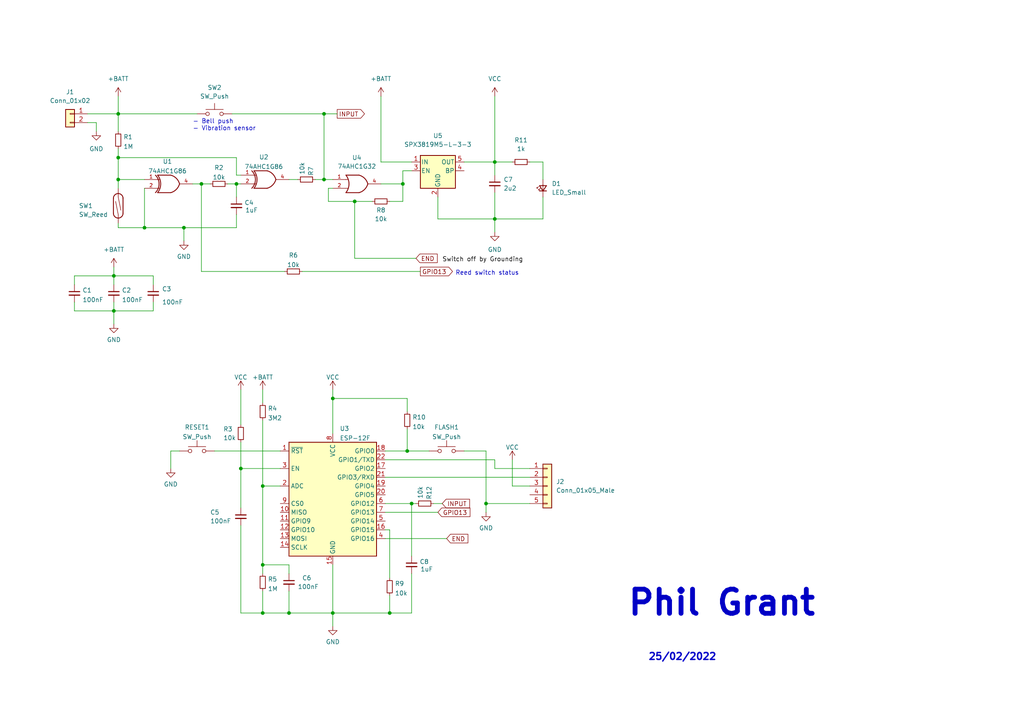
<source format=kicad_sch>
(kicad_sch (version 20211123) (generator eeschema)

  (uuid 02625c26-1619-4a34-ac53-79aa859314de)

  (paper "A4")

  (lib_symbols
    (symbol "74AHC1G86_1" (pin_names (offset 1.016)) (in_bom yes) (on_board yes)
      (property "Reference" "U2" (id 0) (at -0.9525 6.5065 0)
        (effects (font (size 1.27 1.27)))
      )
      (property "Value" "74AHC1G86_1" (id 1) (at -0.9525 3.7314 0)
        (effects (font (size 1.27 1.27)))
      )
      (property "Footprint" "Package_TO_SOT_SMD:SOT-23-5" (id 2) (at 0 0 0)
        (effects (font (size 1.27 1.27)) hide)
      )
      (property "Datasheet" "http://www.ti.com/lit/sg/scyt129e/scyt129e.pdf" (id 3) (at 0 0 0)
        (effects (font (size 1.27 1.27)) hide)
      )
      (property "ki_keywords" "Single Gate EX-OR LVC CMOS" (id 4) (at 0 0 0)
        (effects (font (size 1.27 1.27)) hide)
      )
      (property "ki_description" "Single EX-OR Gate, Low-Voltage CMOS" (id 5) (at 0 0 0)
        (effects (font (size 1.27 1.27)) hide)
      )
      (property "ki_fp_filters" "SOT* SG-*" (id 6) (at 0 0 0)
        (effects (font (size 1.27 1.27)) hide)
      )
      (symbol "74AHC1G86_1_0_1"
        (arc (start -4.445 -2.54) (mid -3.3929 0) (end -4.445 2.54)
          (stroke (width 0.254) (type default) (color 0 0 0 0))
          (fill (type none))
        )
        (arc (start -3.81 -2.54) (mid -2.919 0) (end -3.81 2.54)
          (stroke (width 0.254) (type default) (color 0 0 0 0))
          (fill (type none))
        )
        (arc (start 0 -2.54) (mid 1.601 -1.601) (end 2.54 0)
          (stroke (width 0.254) (type default) (color 0 0 0 0))
          (fill (type none))
        )
        (polyline
          (pts
            (xy -3.81 -1.27)
            (xy -3.175 -1.27)
          )
          (stroke (width 0) (type default) (color 0 0 0 0))
          (fill (type none))
        )
        (polyline
          (pts
            (xy -3.81 1.27)
            (xy -3.175 1.27)
          )
          (stroke (width 0) (type default) (color 0 0 0 0))
          (fill (type none))
        )
        (polyline
          (pts
            (xy 0 -2.54)
            (xy -3.81 -2.54)
          )
          (stroke (width 0.254) (type default) (color 0 0 0 0))
          (fill (type background))
        )
        (polyline
          (pts
            (xy 0 2.54)
            (xy -3.81 2.54)
          )
          (stroke (width 0.254) (type default) (color 0 0 0 0))
          (fill (type background))
        )
        (arc (start 2.54 0) (mid 1.6136 1.6136) (end 0 2.54)
          (stroke (width 0.254) (type default) (color 0 0 0 0))
          (fill (type none))
        )
      )
      (symbol "74AHC1G86_1_1_1"
        (pin input line (at -7.62 1.27 0) (length 3.81)
          (name "~" (effects (font (size 1.016 1.016))))
          (number "1" (effects (font (size 1.016 1.016))))
        )
        (pin input line (at -7.62 -1.27 0) (length 3.81)
          (name "~" (effects (font (size 1.016 1.016))))
          (number "2" (effects (font (size 1.016 1.016))))
        )
        (pin power_in line (at 0 -2.54 270) (length 0) hide
          (name "GND" (effects (font (size 1.016 1.016))))
          (number "3" (effects (font (size 1.016 1.016))))
        )
        (pin output line (at 6.35 0 180) (length 3.81)
          (name "~" (effects (font (size 1.016 1.016))))
          (number "4" (effects (font (size 1.016 1.016))))
        )
        (pin power_in line (at 0 2.54 90) (length 0) hide
          (name "+BATT" (effects (font (size 1.016 1.016))))
          (number "5" (effects (font (size 1.016 1.016))))
        )
      )
    )
    (symbol "74xGxx:74AHC1G32" (pin_names (offset 1.016)) (in_bom yes) (on_board yes)
      (property "Reference" "U4" (id 0) (at -0.635 7.62 0)
        (effects (font (size 1.27 1.27)))
      )
      (property "Value" "74AHC1G32" (id 1) (at -0.635 5.08 0)
        (effects (font (size 1.27 1.27)))
      )
      (property "Footprint" "Package_TO_SOT_SMD:SOT-23-5" (id 2) (at 0 0 0)
        (effects (font (size 1.27 1.27)) hide)
      )
      (property "Datasheet" "http://www.ti.com/lit/sg/scyt129e/scyt129e.pdf" (id 3) (at 0 0 0)
        (effects (font (size 1.27 1.27)) hide)
      )
      (property "ki_keywords" "Single Gate OR LVC CMOS" (id 4) (at 0 0 0)
        (effects (font (size 1.27 1.27)) hide)
      )
      (property "ki_description" "Single OR Gate, Low-Voltage CMOS" (id 5) (at 0 0 0)
        (effects (font (size 1.27 1.27)) hide)
      )
      (property "ki_fp_filters" "SOT* SG-*" (id 6) (at 0 0 0)
        (effects (font (size 1.27 1.27)) hide)
      )
      (symbol "74AHC1G32_0_1"
        (arc (start -3.81 -2.54) (mid -2.919 0) (end -3.81 2.54)
          (stroke (width 0.254) (type default) (color 0 0 0 0))
          (fill (type none))
        )
        (arc (start 0 -2.54) (mid 1.601 -1.601) (end 2.54 0)
          (stroke (width 0.254) (type default) (color 0 0 0 0))
          (fill (type none))
        )
        (polyline
          (pts
            (xy -3.81 -1.27)
            (xy -3.175 -1.27)
          )
          (stroke (width 0) (type default) (color 0 0 0 0))
          (fill (type none))
        )
        (polyline
          (pts
            (xy -3.81 1.27)
            (xy -3.175 1.27)
          )
          (stroke (width 0) (type default) (color 0 0 0 0))
          (fill (type none))
        )
        (polyline
          (pts
            (xy 0 -2.54)
            (xy -3.81 -2.54)
          )
          (stroke (width 0.254) (type default) (color 0 0 0 0))
          (fill (type background))
        )
        (polyline
          (pts
            (xy 0 2.54)
            (xy -3.81 2.54)
          )
          (stroke (width 0.254) (type default) (color 0 0 0 0))
          (fill (type background))
        )
        (arc (start 2.54 0) (mid 1.6136 1.6136) (end 0 2.54)
          (stroke (width 0.254) (type default) (color 0 0 0 0))
          (fill (type none))
        )
      )
      (symbol "74AHC1G32_1_1"
        (pin input line (at -7.62 1.27 0) (length 3.81)
          (name "~" (effects (font (size 1.016 1.016))))
          (number "1" (effects (font (size 1.016 1.016))))
        )
        (pin input line (at -7.62 -1.27 0) (length 3.81)
          (name "~" (effects (font (size 1.016 1.016))))
          (number "2" (effects (font (size 1.016 1.016))))
        )
        (pin power_in line (at 0 -2.54 270) (length 0) hide
          (name "GND" (effects (font (size 1.016 1.016))))
          (number "3" (effects (font (size 1.016 1.016))))
        )
        (pin output line (at 6.35 0 180) (length 3.81)
          (name "~" (effects (font (size 1.016 1.016))))
          (number "4" (effects (font (size 1.016 1.016))))
        )
        (pin power_in line (at 0 2.54 90) (length 0) hide
          (name "+BATT" (effects (font (size 1.016 1.016))))
          (number "5" (effects (font (size 1.016 1.016))))
        )
      )
    )
    (symbol "74xGxx:74AHC1G86" (pin_names (offset 1.016)) (in_bom yes) (on_board yes)
      (property "Reference" "U1" (id 0) (at -0.9525 6.5065 0)
        (effects (font (size 1.27 1.27)))
      )
      (property "Value" "74AHC1G86" (id 1) (at -0.9525 3.7314 0)
        (effects (font (size 1.27 1.27)))
      )
      (property "Footprint" "Package_TO_SOT_SMD:SOT-23-5" (id 2) (at 0 0 0)
        (effects (font (size 1.27 1.27)) hide)
      )
      (property "Datasheet" "http://www.ti.com/lit/sg/scyt129e/scyt129e.pdf" (id 3) (at 0 0 0)
        (effects (font (size 1.27 1.27)) hide)
      )
      (property "ki_keywords" "Single Gate EX-OR LVC CMOS" (id 4) (at 0 0 0)
        (effects (font (size 1.27 1.27)) hide)
      )
      (property "ki_description" "Single EX-OR Gate, Low-Voltage CMOS" (id 5) (at 0 0 0)
        (effects (font (size 1.27 1.27)) hide)
      )
      (property "ki_fp_filters" "SOT* SG-*" (id 6) (at 0 0 0)
        (effects (font (size 1.27 1.27)) hide)
      )
      (symbol "74AHC1G86_0_1"
        (arc (start -4.445 -2.54) (mid -3.3929 0) (end -4.445 2.54)
          (stroke (width 0.254) (type default) (color 0 0 0 0))
          (fill (type none))
        )
        (arc (start -3.81 -2.54) (mid -2.919 0) (end -3.81 2.54)
          (stroke (width 0.254) (type default) (color 0 0 0 0))
          (fill (type none))
        )
        (arc (start 0 -2.54) (mid 1.601 -1.601) (end 2.54 0)
          (stroke (width 0.254) (type default) (color 0 0 0 0))
          (fill (type none))
        )
        (polyline
          (pts
            (xy -3.81 -1.27)
            (xy -3.175 -1.27)
          )
          (stroke (width 0) (type default) (color 0 0 0 0))
          (fill (type none))
        )
        (polyline
          (pts
            (xy -3.81 1.27)
            (xy -3.175 1.27)
          )
          (stroke (width 0) (type default) (color 0 0 0 0))
          (fill (type none))
        )
        (polyline
          (pts
            (xy 0 -2.54)
            (xy -3.81 -2.54)
          )
          (stroke (width 0.254) (type default) (color 0 0 0 0))
          (fill (type background))
        )
        (polyline
          (pts
            (xy 0 2.54)
            (xy -3.81 2.54)
          )
          (stroke (width 0.254) (type default) (color 0 0 0 0))
          (fill (type background))
        )
        (arc (start 2.54 0) (mid 1.6136 1.6136) (end 0 2.54)
          (stroke (width 0.254) (type default) (color 0 0 0 0))
          (fill (type none))
        )
      )
      (symbol "74AHC1G86_1_1"
        (pin input line (at -7.62 1.27 0) (length 3.81)
          (name "~" (effects (font (size 1.016 1.016))))
          (number "1" (effects (font (size 1.016 1.016))))
        )
        (pin input line (at -7.62 -1.27 0) (length 3.81)
          (name "~" (effects (font (size 1.016 1.016))))
          (number "2" (effects (font (size 1.016 1.016))))
        )
        (pin power_in line (at 0 -2.54 270) (length 0) hide
          (name "GND" (effects (font (size 1.016 1.016))))
          (number "3" (effects (font (size 1.016 1.016))))
        )
        (pin output line (at 6.35 0 180) (length 3.81)
          (name "~" (effects (font (size 1.016 1.016))))
          (number "4" (effects (font (size 1.016 1.016))))
        )
        (pin power_in line (at 0 2.54 90) (length 0) hide
          (name "+BATT" (effects (font (size 1.016 1.016))))
          (number "5" (effects (font (size 1.016 1.016))))
        )
      )
    )
    (symbol "Connector_Generic:Conn_01x02" (pin_names (offset 1.016) hide) (in_bom yes) (on_board yes)
      (property "Reference" "J" (id 0) (at 0 2.54 0)
        (effects (font (size 1.27 1.27)))
      )
      (property "Value" "Conn_01x02" (id 1) (at 0 -5.08 0)
        (effects (font (size 1.27 1.27)))
      )
      (property "Footprint" "" (id 2) (at 0 0 0)
        (effects (font (size 1.27 1.27)) hide)
      )
      (property "Datasheet" "~" (id 3) (at 0 0 0)
        (effects (font (size 1.27 1.27)) hide)
      )
      (property "ki_keywords" "connector" (id 4) (at 0 0 0)
        (effects (font (size 1.27 1.27)) hide)
      )
      (property "ki_description" "Generic connector, single row, 01x02, script generated (kicad-library-utils/schlib/autogen/connector/)" (id 5) (at 0 0 0)
        (effects (font (size 1.27 1.27)) hide)
      )
      (property "ki_fp_filters" "Connector*:*_1x??_*" (id 6) (at 0 0 0)
        (effects (font (size 1.27 1.27)) hide)
      )
      (symbol "Conn_01x02_1_1"
        (rectangle (start -1.27 -2.413) (end 0 -2.667)
          (stroke (width 0.1524) (type default) (color 0 0 0 0))
          (fill (type none))
        )
        (rectangle (start -1.27 0.127) (end 0 -0.127)
          (stroke (width 0.1524) (type default) (color 0 0 0 0))
          (fill (type none))
        )
        (rectangle (start -1.27 1.27) (end 1.27 -3.81)
          (stroke (width 0.254) (type default) (color 0 0 0 0))
          (fill (type background))
        )
        (pin passive line (at -5.08 0 0) (length 3.81)
          (name "Pin_1" (effects (font (size 1.27 1.27))))
          (number "1" (effects (font (size 1.27 1.27))))
        )
        (pin passive line (at -5.08 -2.54 0) (length 3.81)
          (name "Pin_2" (effects (font (size 1.27 1.27))))
          (number "2" (effects (font (size 1.27 1.27))))
        )
      )
    )
    (symbol "Connector_Generic:Conn_01x05" (pin_names (offset 1.016) hide) (in_bom yes) (on_board yes)
      (property "Reference" "J" (id 0) (at 0 7.62 0)
        (effects (font (size 1.27 1.27)))
      )
      (property "Value" "Conn_01x05" (id 1) (at 0 -7.62 0)
        (effects (font (size 1.27 1.27)))
      )
      (property "Footprint" "" (id 2) (at 0 0 0)
        (effects (font (size 1.27 1.27)) hide)
      )
      (property "Datasheet" "~" (id 3) (at 0 0 0)
        (effects (font (size 1.27 1.27)) hide)
      )
      (property "ki_keywords" "connector" (id 4) (at 0 0 0)
        (effects (font (size 1.27 1.27)) hide)
      )
      (property "ki_description" "Generic connector, single row, 01x05, script generated (kicad-library-utils/schlib/autogen/connector/)" (id 5) (at 0 0 0)
        (effects (font (size 1.27 1.27)) hide)
      )
      (property "ki_fp_filters" "Connector*:*_1x??_*" (id 6) (at 0 0 0)
        (effects (font (size 1.27 1.27)) hide)
      )
      (symbol "Conn_01x05_1_1"
        (rectangle (start -1.27 -4.953) (end 0 -5.207)
          (stroke (width 0.1524) (type default) (color 0 0 0 0))
          (fill (type none))
        )
        (rectangle (start -1.27 -2.413) (end 0 -2.667)
          (stroke (width 0.1524) (type default) (color 0 0 0 0))
          (fill (type none))
        )
        (rectangle (start -1.27 0.127) (end 0 -0.127)
          (stroke (width 0.1524) (type default) (color 0 0 0 0))
          (fill (type none))
        )
        (rectangle (start -1.27 2.667) (end 0 2.413)
          (stroke (width 0.1524) (type default) (color 0 0 0 0))
          (fill (type none))
        )
        (rectangle (start -1.27 5.207) (end 0 4.953)
          (stroke (width 0.1524) (type default) (color 0 0 0 0))
          (fill (type none))
        )
        (rectangle (start -1.27 6.35) (end 1.27 -6.35)
          (stroke (width 0.254) (type default) (color 0 0 0 0))
          (fill (type background))
        )
        (pin passive line (at -5.08 5.08 0) (length 3.81)
          (name "Pin_1" (effects (font (size 1.27 1.27))))
          (number "1" (effects (font (size 1.27 1.27))))
        )
        (pin passive line (at -5.08 2.54 0) (length 3.81)
          (name "Pin_2" (effects (font (size 1.27 1.27))))
          (number "2" (effects (font (size 1.27 1.27))))
        )
        (pin passive line (at -5.08 0 0) (length 3.81)
          (name "Pin_3" (effects (font (size 1.27 1.27))))
          (number "3" (effects (font (size 1.27 1.27))))
        )
        (pin passive line (at -5.08 -2.54 0) (length 3.81)
          (name "Pin_4" (effects (font (size 1.27 1.27))))
          (number "4" (effects (font (size 1.27 1.27))))
        )
        (pin passive line (at -5.08 -5.08 0) (length 3.81)
          (name "Pin_5" (effects (font (size 1.27 1.27))))
          (number "5" (effects (font (size 1.27 1.27))))
        )
      )
    )
    (symbol "Device:C_Small" (pin_numbers hide) (pin_names (offset 0.254) hide) (in_bom yes) (on_board yes)
      (property "Reference" "C" (id 0) (at 0.254 1.778 0)
        (effects (font (size 1.27 1.27)) (justify left))
      )
      (property "Value" "C_Small" (id 1) (at 0.254 -2.032 0)
        (effects (font (size 1.27 1.27)) (justify left))
      )
      (property "Footprint" "" (id 2) (at 0 0 0)
        (effects (font (size 1.27 1.27)) hide)
      )
      (property "Datasheet" "~" (id 3) (at 0 0 0)
        (effects (font (size 1.27 1.27)) hide)
      )
      (property "ki_keywords" "capacitor cap" (id 4) (at 0 0 0)
        (effects (font (size 1.27 1.27)) hide)
      )
      (property "ki_description" "Unpolarized capacitor, small symbol" (id 5) (at 0 0 0)
        (effects (font (size 1.27 1.27)) hide)
      )
      (property "ki_fp_filters" "C_*" (id 6) (at 0 0 0)
        (effects (font (size 1.27 1.27)) hide)
      )
      (symbol "C_Small_0_1"
        (polyline
          (pts
            (xy -1.524 -0.508)
            (xy 1.524 -0.508)
          )
          (stroke (width 0.3302) (type default) (color 0 0 0 0))
          (fill (type none))
        )
        (polyline
          (pts
            (xy -1.524 0.508)
            (xy 1.524 0.508)
          )
          (stroke (width 0.3048) (type default) (color 0 0 0 0))
          (fill (type none))
        )
      )
      (symbol "C_Small_1_1"
        (pin passive line (at 0 2.54 270) (length 2.032)
          (name "~" (effects (font (size 1.27 1.27))))
          (number "1" (effects (font (size 1.27 1.27))))
        )
        (pin passive line (at 0 -2.54 90) (length 2.032)
          (name "~" (effects (font (size 1.27 1.27))))
          (number "2" (effects (font (size 1.27 1.27))))
        )
      )
    )
    (symbol "Device:LED_Small" (pin_numbers hide) (pin_names (offset 0.254) hide) (in_bom yes) (on_board yes)
      (property "Reference" "D" (id 0) (at -1.27 3.175 0)
        (effects (font (size 1.27 1.27)) (justify left))
      )
      (property "Value" "LED_Small" (id 1) (at -4.445 -2.54 0)
        (effects (font (size 1.27 1.27)) (justify left))
      )
      (property "Footprint" "" (id 2) (at 0 0 90)
        (effects (font (size 1.27 1.27)) hide)
      )
      (property "Datasheet" "~" (id 3) (at 0 0 90)
        (effects (font (size 1.27 1.27)) hide)
      )
      (property "ki_keywords" "LED diode light-emitting-diode" (id 4) (at 0 0 0)
        (effects (font (size 1.27 1.27)) hide)
      )
      (property "ki_description" "Light emitting diode, small symbol" (id 5) (at 0 0 0)
        (effects (font (size 1.27 1.27)) hide)
      )
      (property "ki_fp_filters" "LED* LED_SMD:* LED_THT:*" (id 6) (at 0 0 0)
        (effects (font (size 1.27 1.27)) hide)
      )
      (symbol "LED_Small_0_1"
        (polyline
          (pts
            (xy -0.762 -1.016)
            (xy -0.762 1.016)
          )
          (stroke (width 0.254) (type default) (color 0 0 0 0))
          (fill (type none))
        )
        (polyline
          (pts
            (xy 1.016 0)
            (xy -0.762 0)
          )
          (stroke (width 0) (type default) (color 0 0 0 0))
          (fill (type none))
        )
        (polyline
          (pts
            (xy 0.762 -1.016)
            (xy -0.762 0)
            (xy 0.762 1.016)
            (xy 0.762 -1.016)
          )
          (stroke (width 0.254) (type default) (color 0 0 0 0))
          (fill (type none))
        )
        (polyline
          (pts
            (xy 0 0.762)
            (xy -0.508 1.27)
            (xy -0.254 1.27)
            (xy -0.508 1.27)
            (xy -0.508 1.016)
          )
          (stroke (width 0) (type default) (color 0 0 0 0))
          (fill (type none))
        )
        (polyline
          (pts
            (xy 0.508 1.27)
            (xy 0 1.778)
            (xy 0.254 1.778)
            (xy 0 1.778)
            (xy 0 1.524)
          )
          (stroke (width 0) (type default) (color 0 0 0 0))
          (fill (type none))
        )
      )
      (symbol "LED_Small_1_1"
        (pin passive line (at -2.54 0 0) (length 1.778)
          (name "K" (effects (font (size 1.27 1.27))))
          (number "1" (effects (font (size 1.27 1.27))))
        )
        (pin passive line (at 2.54 0 180) (length 1.778)
          (name "A" (effects (font (size 1.27 1.27))))
          (number "2" (effects (font (size 1.27 1.27))))
        )
      )
    )
    (symbol "Device:R_Small" (pin_numbers hide) (pin_names (offset 0.254) hide) (in_bom yes) (on_board yes)
      (property "Reference" "R" (id 0) (at 0.762 0.508 0)
        (effects (font (size 1.27 1.27)) (justify left))
      )
      (property "Value" "R_Small" (id 1) (at 0.762 -1.016 0)
        (effects (font (size 1.27 1.27)) (justify left))
      )
      (property "Footprint" "" (id 2) (at 0 0 0)
        (effects (font (size 1.27 1.27)) hide)
      )
      (property "Datasheet" "~" (id 3) (at 0 0 0)
        (effects (font (size 1.27 1.27)) hide)
      )
      (property "ki_keywords" "R resistor" (id 4) (at 0 0 0)
        (effects (font (size 1.27 1.27)) hide)
      )
      (property "ki_description" "Resistor, small symbol" (id 5) (at 0 0 0)
        (effects (font (size 1.27 1.27)) hide)
      )
      (property "ki_fp_filters" "R_*" (id 6) (at 0 0 0)
        (effects (font (size 1.27 1.27)) hide)
      )
      (symbol "R_Small_0_1"
        (rectangle (start -0.762 1.778) (end 0.762 -1.778)
          (stroke (width 0.2032) (type default) (color 0 0 0 0))
          (fill (type none))
        )
      )
      (symbol "R_Small_1_1"
        (pin passive line (at 0 2.54 270) (length 0.762)
          (name "~" (effects (font (size 1.27 1.27))))
          (number "1" (effects (font (size 1.27 1.27))))
        )
        (pin passive line (at 0 -2.54 90) (length 0.762)
          (name "~" (effects (font (size 1.27 1.27))))
          (number "2" (effects (font (size 1.27 1.27))))
        )
      )
    )
    (symbol "RF_Module:ESP-12F" (in_bom yes) (on_board yes)
      (property "Reference" "U" (id 0) (at -12.7 19.05 0)
        (effects (font (size 1.27 1.27)) (justify left))
      )
      (property "Value" "ESP-12F" (id 1) (at 12.7 19.05 0)
        (effects (font (size 1.27 1.27)) (justify right))
      )
      (property "Footprint" "RF_Module:ESP-12E" (id 2) (at 0 0 0)
        (effects (font (size 1.27 1.27)) hide)
      )
      (property "Datasheet" "http://wiki.ai-thinker.com/_media/esp8266/esp8266_series_modules_user_manual_v1.1.pdf" (id 3) (at -8.89 2.54 0)
        (effects (font (size 1.27 1.27)) hide)
      )
      (property "ki_keywords" "802.11 Wi-Fi" (id 4) (at 0 0 0)
        (effects (font (size 1.27 1.27)) hide)
      )
      (property "ki_description" "802.11 b/g/n Wi-Fi Module" (id 5) (at 0 0 0)
        (effects (font (size 1.27 1.27)) hide)
      )
      (property "ki_fp_filters" "ESP?12*" (id 6) (at 0 0 0)
        (effects (font (size 1.27 1.27)) hide)
      )
      (symbol "ESP-12F_0_1"
        (rectangle (start -12.7 17.78) (end 12.7 -15.24)
          (stroke (width 0.254) (type default) (color 0 0 0 0))
          (fill (type background))
        )
      )
      (symbol "ESP-12F_1_1"
        (pin input line (at -15.24 15.24 0) (length 2.54)
          (name "~{RST}" (effects (font (size 1.27 1.27))))
          (number "1" (effects (font (size 1.27 1.27))))
        )
        (pin bidirectional line (at -15.24 -2.54 0) (length 2.54)
          (name "MISO" (effects (font (size 1.27 1.27))))
          (number "10" (effects (font (size 1.27 1.27))))
        )
        (pin bidirectional line (at -15.24 -5.08 0) (length 2.54)
          (name "GPIO9" (effects (font (size 1.27 1.27))))
          (number "11" (effects (font (size 1.27 1.27))))
        )
        (pin bidirectional line (at -15.24 -7.62 0) (length 2.54)
          (name "GPIO10" (effects (font (size 1.27 1.27))))
          (number "12" (effects (font (size 1.27 1.27))))
        )
        (pin bidirectional line (at -15.24 -10.16 0) (length 2.54)
          (name "MOSI" (effects (font (size 1.27 1.27))))
          (number "13" (effects (font (size 1.27 1.27))))
        )
        (pin bidirectional line (at -15.24 -12.7 0) (length 2.54)
          (name "SCLK" (effects (font (size 1.27 1.27))))
          (number "14" (effects (font (size 1.27 1.27))))
        )
        (pin power_in line (at 0 -17.78 90) (length 2.54)
          (name "GND" (effects (font (size 1.27 1.27))))
          (number "15" (effects (font (size 1.27 1.27))))
        )
        (pin bidirectional line (at 15.24 -7.62 180) (length 2.54)
          (name "GPIO15" (effects (font (size 1.27 1.27))))
          (number "16" (effects (font (size 1.27 1.27))))
        )
        (pin bidirectional line (at 15.24 10.16 180) (length 2.54)
          (name "GPIO2" (effects (font (size 1.27 1.27))))
          (number "17" (effects (font (size 1.27 1.27))))
        )
        (pin bidirectional line (at 15.24 15.24 180) (length 2.54)
          (name "GPIO0" (effects (font (size 1.27 1.27))))
          (number "18" (effects (font (size 1.27 1.27))))
        )
        (pin bidirectional line (at 15.24 5.08 180) (length 2.54)
          (name "GPIO4" (effects (font (size 1.27 1.27))))
          (number "19" (effects (font (size 1.27 1.27))))
        )
        (pin input line (at -15.24 5.08 0) (length 2.54)
          (name "ADC" (effects (font (size 1.27 1.27))))
          (number "2" (effects (font (size 1.27 1.27))))
        )
        (pin bidirectional line (at 15.24 2.54 180) (length 2.54)
          (name "GPIO5" (effects (font (size 1.27 1.27))))
          (number "20" (effects (font (size 1.27 1.27))))
        )
        (pin bidirectional line (at 15.24 7.62 180) (length 2.54)
          (name "GPIO3/RXD" (effects (font (size 1.27 1.27))))
          (number "21" (effects (font (size 1.27 1.27))))
        )
        (pin bidirectional line (at 15.24 12.7 180) (length 2.54)
          (name "GPIO1/TXD" (effects (font (size 1.27 1.27))))
          (number "22" (effects (font (size 1.27 1.27))))
        )
        (pin input line (at -15.24 10.16 0) (length 2.54)
          (name "EN" (effects (font (size 1.27 1.27))))
          (number "3" (effects (font (size 1.27 1.27))))
        )
        (pin bidirectional line (at 15.24 -10.16 180) (length 2.54)
          (name "GPIO16" (effects (font (size 1.27 1.27))))
          (number "4" (effects (font (size 1.27 1.27))))
        )
        (pin bidirectional line (at 15.24 -5.08 180) (length 2.54)
          (name "GPIO14" (effects (font (size 1.27 1.27))))
          (number "5" (effects (font (size 1.27 1.27))))
        )
        (pin bidirectional line (at 15.24 0 180) (length 2.54)
          (name "GPIO12" (effects (font (size 1.27 1.27))))
          (number "6" (effects (font (size 1.27 1.27))))
        )
        (pin bidirectional line (at 15.24 -2.54 180) (length 2.54)
          (name "GPIO13" (effects (font (size 1.27 1.27))))
          (number "7" (effects (font (size 1.27 1.27))))
        )
        (pin power_in line (at 0 20.32 270) (length 2.54)
          (name "VCC" (effects (font (size 1.27 1.27))))
          (number "8" (effects (font (size 1.27 1.27))))
        )
        (pin input line (at -15.24 0 0) (length 2.54)
          (name "CS0" (effects (font (size 1.27 1.27))))
          (number "9" (effects (font (size 1.27 1.27))))
        )
      )
    )
    (symbol "Regulator_Linear:SPX3819M5-L-3-3" (pin_names (offset 0.254)) (in_bom yes) (on_board yes)
      (property "Reference" "U" (id 0) (at -3.81 5.715 0)
        (effects (font (size 1.27 1.27)))
      )
      (property "Value" "SPX3819M5-L-3-3" (id 1) (at 0 5.715 0)
        (effects (font (size 1.27 1.27)) (justify left))
      )
      (property "Footprint" "Package_TO_SOT_SMD:SOT-23-5" (id 2) (at 0 8.255 0)
        (effects (font (size 1.27 1.27)) hide)
      )
      (property "Datasheet" "https://www.exar.com/content/document.ashx?id=22106&languageid=1033&type=Datasheet&partnumber=SPX3819&filename=SPX3819.pdf&part=SPX3819" (id 3) (at 0 0 0)
        (effects (font (size 1.27 1.27)) hide)
      )
      (property "ki_keywords" "REGULATOR LDO 3.3V" (id 4) (at 0 0 0)
        (effects (font (size 1.27 1.27)) hide)
      )
      (property "ki_description" "500mA Low drop-out regulator, Fixed Output 3.3V, SOT-23-5" (id 5) (at 0 0 0)
        (effects (font (size 1.27 1.27)) hide)
      )
      (property "ki_fp_filters" "SOT?23*" (id 6) (at 0 0 0)
        (effects (font (size 1.27 1.27)) hide)
      )
      (symbol "SPX3819M5-L-3-3_0_1"
        (rectangle (start -5.08 4.445) (end 5.08 -5.08)
          (stroke (width 0.254) (type default) (color 0 0 0 0))
          (fill (type background))
        )
      )
      (symbol "SPX3819M5-L-3-3_1_1"
        (pin power_in line (at -7.62 2.54 0) (length 2.54)
          (name "IN" (effects (font (size 1.27 1.27))))
          (number "1" (effects (font (size 1.27 1.27))))
        )
        (pin power_in line (at 0 -7.62 90) (length 2.54)
          (name "GND" (effects (font (size 1.27 1.27))))
          (number "2" (effects (font (size 1.27 1.27))))
        )
        (pin input line (at -7.62 0 0) (length 2.54)
          (name "EN" (effects (font (size 1.27 1.27))))
          (number "3" (effects (font (size 1.27 1.27))))
        )
        (pin input line (at 7.62 0 180) (length 2.54)
          (name "BP" (effects (font (size 1.27 1.27))))
          (number "4" (effects (font (size 1.27 1.27))))
        )
        (pin power_out line (at 7.62 2.54 180) (length 2.54)
          (name "OUT" (effects (font (size 1.27 1.27))))
          (number "5" (effects (font (size 1.27 1.27))))
        )
      )
    )
    (symbol "Switch:SW_Push" (pin_numbers hide) (pin_names (offset 1.016) hide) (in_bom yes) (on_board yes)
      (property "Reference" "SW" (id 0) (at 1.27 2.54 0)
        (effects (font (size 1.27 1.27)) (justify left))
      )
      (property "Value" "SW_Push" (id 1) (at 0 -1.524 0)
        (effects (font (size 1.27 1.27)))
      )
      (property "Footprint" "" (id 2) (at 0 5.08 0)
        (effects (font (size 1.27 1.27)) hide)
      )
      (property "Datasheet" "~" (id 3) (at 0 5.08 0)
        (effects (font (size 1.27 1.27)) hide)
      )
      (property "ki_keywords" "switch normally-open pushbutton push-button" (id 4) (at 0 0 0)
        (effects (font (size 1.27 1.27)) hide)
      )
      (property "ki_description" "Push button switch, generic, two pins" (id 5) (at 0 0 0)
        (effects (font (size 1.27 1.27)) hide)
      )
      (symbol "SW_Push_0_1"
        (circle (center -2.032 0) (radius 0.508)
          (stroke (width 0) (type default) (color 0 0 0 0))
          (fill (type none))
        )
        (polyline
          (pts
            (xy 0 1.27)
            (xy 0 3.048)
          )
          (stroke (width 0) (type default) (color 0 0 0 0))
          (fill (type none))
        )
        (polyline
          (pts
            (xy 2.54 1.27)
            (xy -2.54 1.27)
          )
          (stroke (width 0) (type default) (color 0 0 0 0))
          (fill (type none))
        )
        (circle (center 2.032 0) (radius 0.508)
          (stroke (width 0) (type default) (color 0 0 0 0))
          (fill (type none))
        )
        (pin passive line (at -5.08 0 0) (length 2.54)
          (name "1" (effects (font (size 1.27 1.27))))
          (number "1" (effects (font (size 1.27 1.27))))
        )
        (pin passive line (at 5.08 0 180) (length 2.54)
          (name "2" (effects (font (size 1.27 1.27))))
          (number "2" (effects (font (size 1.27 1.27))))
        )
      )
    )
    (symbol "Switch:SW_Reed" (pin_numbers hide) (pin_names (offset 0) hide) (in_bom yes) (on_board yes)
      (property "Reference" "SW" (id 0) (at 0 2.54 0)
        (effects (font (size 1.27 1.27)))
      )
      (property "Value" "SW_Reed" (id 1) (at 0 -2.54 0)
        (effects (font (size 1.27 1.27)))
      )
      (property "Footprint" "" (id 2) (at 0 0 0)
        (effects (font (size 1.27 1.27)) hide)
      )
      (property "Datasheet" "~" (id 3) (at 0 0 0)
        (effects (font (size 1.27 1.27)) hide)
      )
      (property "ki_keywords" "reed magnetic switch" (id 4) (at 0 0 0)
        (effects (font (size 1.27 1.27)) hide)
      )
      (property "ki_description" "reed switch" (id 5) (at 0 0 0)
        (effects (font (size 1.27 1.27)) hide)
      )
      (symbol "SW_Reed_0_0"
        (arc (start -2.159 1.397) (mid -3.556 0) (end -2.159 -1.397)
          (stroke (width 0.254) (type default) (color 0 0 0 0))
          (fill (type none))
        )
        (polyline
          (pts
            (xy -2.54 0)
            (xy 1.27 0.762)
          )
          (stroke (width 0) (type default) (color 0 0 0 0))
          (fill (type none))
        )
        (polyline
          (pts
            (xy -2.159 -1.397)
            (xy 2.286 -1.397)
          )
          (stroke (width 0.254) (type default) (color 0 0 0 0))
          (fill (type none))
        )
        (polyline
          (pts
            (xy 2.159 1.397)
            (xy -2.159 1.397)
          )
          (stroke (width 0.254) (type default) (color 0 0 0 0))
          (fill (type none))
        )
        (polyline
          (pts
            (xy 2.54 0)
            (xy -1.27 -0.762)
          )
          (stroke (width 0) (type default) (color 0 0 0 0))
          (fill (type none))
        )
        (arc (start 2.159 -1.397) (mid 3.556 0) (end 2.159 1.397)
          (stroke (width 0.254) (type default) (color 0 0 0 0))
          (fill (type none))
        )
      )
      (symbol "SW_Reed_1_1"
        (pin passive line (at -5.08 0 0) (length 2.54)
          (name "1" (effects (font (size 1.27 1.27))))
          (number "1" (effects (font (size 1.27 1.27))))
        )
        (pin passive line (at 5.08 0 180) (length 2.54)
          (name "2" (effects (font (size 1.27 1.27))))
          (number "2" (effects (font (size 1.27 1.27))))
        )
      )
    )
    (symbol "power:+BATT" (power) (pin_names (offset 0)) (in_bom yes) (on_board yes)
      (property "Reference" "#PWR" (id 0) (at 0 -3.81 0)
        (effects (font (size 1.27 1.27)) hide)
      )
      (property "Value" "+BATT" (id 1) (at 0 3.556 0)
        (effects (font (size 1.27 1.27)))
      )
      (property "Footprint" "" (id 2) (at 0 0 0)
        (effects (font (size 1.27 1.27)) hide)
      )
      (property "Datasheet" "" (id 3) (at 0 0 0)
        (effects (font (size 1.27 1.27)) hide)
      )
      (property "ki_keywords" "power-flag battery" (id 4) (at 0 0 0)
        (effects (font (size 1.27 1.27)) hide)
      )
      (property "ki_description" "Power symbol creates a global label with name \"+BATT\"" (id 5) (at 0 0 0)
        (effects (font (size 1.27 1.27)) hide)
      )
      (symbol "+BATT_0_1"
        (polyline
          (pts
            (xy -0.762 1.27)
            (xy 0 2.54)
          )
          (stroke (width 0) (type default) (color 0 0 0 0))
          (fill (type none))
        )
        (polyline
          (pts
            (xy 0 0)
            (xy 0 2.54)
          )
          (stroke (width 0) (type default) (color 0 0 0 0))
          (fill (type none))
        )
        (polyline
          (pts
            (xy 0 2.54)
            (xy 0.762 1.27)
          )
          (stroke (width 0) (type default) (color 0 0 0 0))
          (fill (type none))
        )
      )
      (symbol "+BATT_1_1"
        (pin power_in line (at 0 0 90) (length 0) hide
          (name "+BATT" (effects (font (size 1.27 1.27))))
          (number "1" (effects (font (size 1.27 1.27))))
        )
      )
    )
    (symbol "power:GND" (power) (pin_names (offset 0)) (in_bom yes) (on_board yes)
      (property "Reference" "#PWR" (id 0) (at 0 -6.35 0)
        (effects (font (size 1.27 1.27)) hide)
      )
      (property "Value" "GND" (id 1) (at 0 -3.81 0)
        (effects (font (size 1.27 1.27)))
      )
      (property "Footprint" "" (id 2) (at 0 0 0)
        (effects (font (size 1.27 1.27)) hide)
      )
      (property "Datasheet" "" (id 3) (at 0 0 0)
        (effects (font (size 1.27 1.27)) hide)
      )
      (property "ki_keywords" "power-flag" (id 4) (at 0 0 0)
        (effects (font (size 1.27 1.27)) hide)
      )
      (property "ki_description" "Power symbol creates a global label with name \"GND\" , ground" (id 5) (at 0 0 0)
        (effects (font (size 1.27 1.27)) hide)
      )
      (symbol "GND_0_1"
        (polyline
          (pts
            (xy 0 0)
            (xy 0 -1.27)
            (xy 1.27 -1.27)
            (xy 0 -2.54)
            (xy -1.27 -1.27)
            (xy 0 -1.27)
          )
          (stroke (width 0) (type default) (color 0 0 0 0))
          (fill (type none))
        )
      )
      (symbol "GND_1_1"
        (pin power_in line (at 0 0 270) (length 0) hide
          (name "GND" (effects (font (size 1.27 1.27))))
          (number "1" (effects (font (size 1.27 1.27))))
        )
      )
    )
    (symbol "power:VCC" (power) (pin_names (offset 0)) (in_bom yes) (on_board yes)
      (property "Reference" "#PWR" (id 0) (at 0 -3.81 0)
        (effects (font (size 1.27 1.27)) hide)
      )
      (property "Value" "VCC" (id 1) (at 0 3.81 0)
        (effects (font (size 1.27 1.27)))
      )
      (property "Footprint" "" (id 2) (at 0 0 0)
        (effects (font (size 1.27 1.27)) hide)
      )
      (property "Datasheet" "" (id 3) (at 0 0 0)
        (effects (font (size 1.27 1.27)) hide)
      )
      (property "ki_keywords" "power-flag" (id 4) (at 0 0 0)
        (effects (font (size 1.27 1.27)) hide)
      )
      (property "ki_description" "Power symbol creates a global label with name \"VCC\"" (id 5) (at 0 0 0)
        (effects (font (size 1.27 1.27)) hide)
      )
      (symbol "VCC_0_1"
        (polyline
          (pts
            (xy -0.762 1.27)
            (xy 0 2.54)
          )
          (stroke (width 0) (type default) (color 0 0 0 0))
          (fill (type none))
        )
        (polyline
          (pts
            (xy 0 0)
            (xy 0 2.54)
          )
          (stroke (width 0) (type default) (color 0 0 0 0))
          (fill (type none))
        )
        (polyline
          (pts
            (xy 0 2.54)
            (xy 0.762 1.27)
          )
          (stroke (width 0) (type default) (color 0 0 0 0))
          (fill (type none))
        )
      )
      (symbol "VCC_1_1"
        (pin power_in line (at 0 0 90) (length 0) hide
          (name "VCC" (effects (font (size 1.27 1.27))))
          (number "1" (effects (font (size 1.27 1.27))))
        )
      )
    )
  )

  (junction (at 119.38 146.05) (diameter 0) (color 0 0 0 0)
    (uuid 010d5fa2-9ec8-4de8-b644-3f26599012ce)
  )
  (junction (at 83.82 177.8) (diameter 0) (color 0 0 0 0)
    (uuid 0877de50-c5dc-4563-9ed1-a537fd06f8d6)
  )
  (junction (at 58.42 53.34) (diameter 0) (color 0 0 0 0)
    (uuid 190ae1ae-dbad-4eee-9d97-520f127a80ea)
  )
  (junction (at 140.97 146.05) (diameter 0) (color 0 0 0 0)
    (uuid 34b6e8cb-e703-41a6-924c-353fc8551304)
  )
  (junction (at 102.87 58.42) (diameter 0) (color 0 0 0 0)
    (uuid 3d64982a-ed28-4634-ba78-ad9e8bea0a07)
  )
  (junction (at 116.84 53.34) (diameter 0) (color 0 0 0 0)
    (uuid 4705adbd-fd46-491d-b0da-c83c94b713f2)
  )
  (junction (at 34.29 52.07) (diameter 0) (color 0 0 0 0)
    (uuid 52249c55-a2ac-4475-a779-7efe84c0267a)
  )
  (junction (at 68.58 53.34) (diameter 0) (color 0 0 0 0)
    (uuid 5bed1691-9b26-4a4f-9da3-6f9adf1bbe0e)
  )
  (junction (at 96.52 177.8) (diameter 0) (color 0 0 0 0)
    (uuid 5c4b2ba5-9046-4d26-949b-92fbf5ca5b5d)
  )
  (junction (at 143.51 46.99) (diameter 0) (color 0 0 0 0)
    (uuid 5c7f15de-940b-4798-9984-a2be3b8d2b43)
  )
  (junction (at 53.34 66.04) (diameter 0) (color 0 0 0 0)
    (uuid 5f495617-9bfd-4b63-89dc-7ff2e8a0ec39)
  )
  (junction (at 41.91 66.04) (diameter 0) (color 0 0 0 0)
    (uuid 617b2630-af53-4deb-8ef4-87057870022e)
  )
  (junction (at 93.98 52.07) (diameter 0) (color 0 0 0 0)
    (uuid 622f4b02-1cbb-475c-b723-c7b5652fe836)
  )
  (junction (at 33.02 80.01) (diameter 0) (color 0 0 0 0)
    (uuid 6ba46a66-8163-42ff-a6bf-a5d4c2e51af3)
  )
  (junction (at 96.52 115.57) (diameter 0) (color 0 0 0 0)
    (uuid 7923cae7-440b-48d4-984b-b133fce59a6b)
  )
  (junction (at 118.11 130.81) (diameter 0) (color 0 0 0 0)
    (uuid 868ce5a1-e6d6-4e7c-9345-4470f30f01bf)
  )
  (junction (at 76.2 163.83) (diameter 0) (color 0 0 0 0)
    (uuid 9aa5e984-f49e-48ea-9471-e599fcfa258b)
  )
  (junction (at 34.29 45.72) (diameter 0) (color 0 0 0 0)
    (uuid a5217598-847d-45ed-8a4a-412a15479bfb)
  )
  (junction (at 33.02 90.17) (diameter 0) (color 0 0 0 0)
    (uuid ab140227-5b57-4678-8408-f160e76fec72)
  )
  (junction (at 34.29 33.02) (diameter 0) (color 0 0 0 0)
    (uuid b4aa6799-15ea-408f-b57c-7a31d14b21d2)
  )
  (junction (at 93.98 33.02) (diameter 0) (color 0 0 0 0)
    (uuid d33484fb-5c5c-463e-b316-1f2c00944b50)
  )
  (junction (at 76.2 140.97) (diameter 0) (color 0 0 0 0)
    (uuid df4ff75b-a7dd-4e6c-b222-e413aa87e32f)
  )
  (junction (at 113.03 177.8) (diameter 0) (color 0 0 0 0)
    (uuid e79ad2c3-341e-4e4a-b539-92d04100a2d4)
  )
  (junction (at 69.85 135.89) (diameter 0) (color 0 0 0 0)
    (uuid f28a7f1a-13ff-454c-bab7-ea3d950e95d2)
  )
  (junction (at 76.2 177.8) (diameter 0) (color 0 0 0 0)
    (uuid f6e039f7-1fb4-4e71-8c10-f5da2056bc26)
  )
  (junction (at 143.51 63.5) (diameter 0) (color 0 0 0 0)
    (uuid fefaf4ce-035c-4369-8d01-b988fb31214b)
  )

  (wire (pts (xy 68.58 53.34) (xy 68.58 57.15))
    (stroke (width 0) (type default) (color 0 0 0 0))
    (uuid 02d9f0df-2ebc-4820-b68a-0cecd05344cc)
  )
  (wire (pts (xy 67.31 33.02) (xy 93.98 33.02))
    (stroke (width 0) (type default) (color 0 0 0 0))
    (uuid 02f35f01-1589-4348-ae62-2fb2ce4a7536)
  )
  (wire (pts (xy 113.03 172.72) (xy 113.03 177.8))
    (stroke (width 0) (type default) (color 0 0 0 0))
    (uuid 07e205fc-da47-4140-ad81-adc35b6adb10)
  )
  (wire (pts (xy 110.49 53.34) (xy 116.84 53.34))
    (stroke (width 0) (type default) (color 0 0 0 0))
    (uuid 08efbe1b-6142-46f3-b90e-d5f8a8a57d9b)
  )
  (wire (pts (xy 76.2 113.03) (xy 76.2 116.84))
    (stroke (width 0) (type default) (color 0 0 0 0))
    (uuid 0b6c52f4-1631-4938-9d1c-a05eeb5602a7)
  )
  (wire (pts (xy 44.45 82.55) (xy 44.45 80.01))
    (stroke (width 0) (type default) (color 0 0 0 0))
    (uuid 0c0e77b7-67bd-4de1-a6ae-80c9b460d56a)
  )
  (wire (pts (xy 140.97 148.59) (xy 140.97 146.05))
    (stroke (width 0) (type default) (color 0 0 0 0))
    (uuid 0da8e3c1-4326-4846-9286-270a6e5cfeef)
  )
  (wire (pts (xy 118.11 119.38) (xy 118.11 115.57))
    (stroke (width 0) (type default) (color 0 0 0 0))
    (uuid 10f6a79c-ba23-45f1-ab56-1dc53af15a3b)
  )
  (wire (pts (xy 116.84 53.34) (xy 116.84 49.53))
    (stroke (width 0) (type default) (color 0 0 0 0))
    (uuid 1281c478-2131-489f-bd46-a3182e3206bb)
  )
  (wire (pts (xy 34.29 52.07) (xy 41.91 52.07))
    (stroke (width 0) (type default) (color 0 0 0 0))
    (uuid 14dc4615-45ff-4077-9f2b-7e39bd2deef2)
  )
  (wire (pts (xy 157.48 57.15) (xy 157.48 63.5))
    (stroke (width 0) (type default) (color 0 0 0 0))
    (uuid 15a91750-fcad-4092-a90e-2dd51919158c)
  )
  (wire (pts (xy 143.51 135.89) (xy 143.51 133.35))
    (stroke (width 0) (type default) (color 0 0 0 0))
    (uuid 1c8ff3ba-62aa-4032-a91e-42caf2fee7c1)
  )
  (wire (pts (xy 153.67 140.97) (xy 148.59 140.97))
    (stroke (width 0) (type default) (color 0 0 0 0))
    (uuid 1d2fd42a-c860-40e5-9ead-4bc62e3a1431)
  )
  (wire (pts (xy 44.45 87.63) (xy 44.45 90.17))
    (stroke (width 0) (type default) (color 0 0 0 0))
    (uuid 1da1a1e3-b192-4770-ba2a-e8dd3202117f)
  )
  (wire (pts (xy 58.42 53.34) (xy 58.42 78.74))
    (stroke (width 0) (type default) (color 0 0 0 0))
    (uuid 1e8c2e4d-eb3f-4379-98a1-089e27db6796)
  )
  (wire (pts (xy 76.2 140.97) (xy 76.2 163.83))
    (stroke (width 0) (type default) (color 0 0 0 0))
    (uuid 1f22252e-c28d-4ac4-afd5-a1284c619025)
  )
  (wire (pts (xy 93.98 52.07) (xy 96.52 52.07))
    (stroke (width 0) (type default) (color 0 0 0 0))
    (uuid 2240a63a-d449-401b-b38d-5121131d0892)
  )
  (wire (pts (xy 82.55 78.74) (xy 58.42 78.74))
    (stroke (width 0) (type default) (color 0 0 0 0))
    (uuid 24ab9c35-da7a-4b42-b9fe-dda257d4b36d)
  )
  (wire (pts (xy 76.2 140.97) (xy 81.28 140.97))
    (stroke (width 0) (type default) (color 0 0 0 0))
    (uuid 25105dac-05eb-45a2-a0bf-d663c51fe264)
  )
  (wire (pts (xy 118.11 115.57) (xy 96.52 115.57))
    (stroke (width 0) (type default) (color 0 0 0 0))
    (uuid 27988ffe-8762-4dee-b69c-344c4a7470c8)
  )
  (wire (pts (xy 113.03 58.42) (xy 116.84 58.42))
    (stroke (width 0) (type default) (color 0 0 0 0))
    (uuid 27a4a719-91f5-4bf0-9d09-4b27c4a25773)
  )
  (wire (pts (xy 69.85 152.4) (xy 69.85 177.8))
    (stroke (width 0) (type default) (color 0 0 0 0))
    (uuid 2cc1e648-7cee-4191-abdd-3e93a97a0f9f)
  )
  (wire (pts (xy 110.49 27.94) (xy 110.49 46.99))
    (stroke (width 0) (type default) (color 0 0 0 0))
    (uuid 2db97287-4842-41b0-b7a4-b9c2903cea75)
  )
  (wire (pts (xy 143.51 46.99) (xy 148.59 46.99))
    (stroke (width 0) (type default) (color 0 0 0 0))
    (uuid 2f452a76-1b57-4f2d-831f-54f6a394f899)
  )
  (wire (pts (xy 96.52 113.03) (xy 96.52 115.57))
    (stroke (width 0) (type default) (color 0 0 0 0))
    (uuid 2fd041b0-b6f2-4548-a967-279b0435e44b)
  )
  (wire (pts (xy 143.51 63.5) (xy 157.48 63.5))
    (stroke (width 0) (type default) (color 0 0 0 0))
    (uuid 2fe000bd-94ab-42b0-ae2f-0ea5641513a5)
  )
  (wire (pts (xy 96.52 177.8) (xy 96.52 181.61))
    (stroke (width 0) (type default) (color 0 0 0 0))
    (uuid 30680d4b-0153-4f89-9c3c-fb28abb8e478)
  )
  (wire (pts (xy 143.51 55.88) (xy 143.51 63.5))
    (stroke (width 0) (type default) (color 0 0 0 0))
    (uuid 3689f497-65a0-4a44-bf4e-f3e10c9a36bc)
  )
  (wire (pts (xy 143.51 27.94) (xy 143.51 46.99))
    (stroke (width 0) (type default) (color 0 0 0 0))
    (uuid 3925a8ef-dac1-45fc-9489-81bfb9b95c6a)
  )
  (wire (pts (xy 119.38 146.05) (xy 119.38 161.29))
    (stroke (width 0) (type default) (color 0 0 0 0))
    (uuid 3dd5e314-1e0e-4f5a-854b-5e4d247c5c19)
  )
  (wire (pts (xy 83.82 163.83) (xy 76.2 163.83))
    (stroke (width 0) (type default) (color 0 0 0 0))
    (uuid 3e2484e4-9ae4-40b1-a023-1f2bc06bf53a)
  )
  (wire (pts (xy 96.52 115.57) (xy 96.52 125.73))
    (stroke (width 0) (type default) (color 0 0 0 0))
    (uuid 3e50c467-f983-47df-9a65-61869f8fa571)
  )
  (wire (pts (xy 140.97 130.81) (xy 134.62 130.81))
    (stroke (width 0) (type default) (color 0 0 0 0))
    (uuid 3ef49d42-cfe1-4ed6-a020-8b7a282945dc)
  )
  (wire (pts (xy 34.29 27.94) (xy 34.29 33.02))
    (stroke (width 0) (type default) (color 0 0 0 0))
    (uuid 414dc37f-1a8d-4f85-805c-97c116fbc472)
  )
  (wire (pts (xy 34.29 45.72) (xy 34.29 52.07))
    (stroke (width 0) (type default) (color 0 0 0 0))
    (uuid 4294065a-dac6-46a9-8e42-fef2cf9616b6)
  )
  (wire (pts (xy 148.59 133.35) (xy 148.59 140.97))
    (stroke (width 0) (type default) (color 0 0 0 0))
    (uuid 471563f5-6304-43a2-ba07-35349d08b30f)
  )
  (wire (pts (xy 140.97 146.05) (xy 153.67 146.05))
    (stroke (width 0) (type default) (color 0 0 0 0))
    (uuid 4891653e-036a-4b6f-a11c-50d733bae4df)
  )
  (wire (pts (xy 49.53 135.89) (xy 49.53 130.81))
    (stroke (width 0) (type default) (color 0 0 0 0))
    (uuid 4ac33d37-6e88-4a4b-a0b4-f6ab48fae996)
  )
  (wire (pts (xy 87.63 78.74) (xy 121.92 78.74))
    (stroke (width 0) (type default) (color 0 0 0 0))
    (uuid 4d75297e-420e-47a0-ba74-dca251447178)
  )
  (wire (pts (xy 33.02 80.01) (xy 33.02 82.55))
    (stroke (width 0) (type default) (color 0 0 0 0))
    (uuid 4f65f58d-0e92-4f51-9cd3-50d0d4af4a33)
  )
  (wire (pts (xy 111.76 153.67) (xy 113.03 153.67))
    (stroke (width 0) (type default) (color 0 0 0 0))
    (uuid 548b1186-0a3e-44dc-ba9b-5543cae5b93d)
  )
  (wire (pts (xy 69.85 113.03) (xy 69.85 123.19))
    (stroke (width 0) (type default) (color 0 0 0 0))
    (uuid 551c7e0d-c0cf-4ee3-8405-aaf68ccacc1e)
  )
  (wire (pts (xy 95.25 54.61) (xy 96.52 54.61))
    (stroke (width 0) (type default) (color 0 0 0 0))
    (uuid 562c0fa8-4d80-4d50-b64c-1e276e8e361b)
  )
  (wire (pts (xy 143.51 133.35) (xy 111.76 133.35))
    (stroke (width 0) (type default) (color 0 0 0 0))
    (uuid 59362885-b071-44be-a2d0-c7eaf79d30d3)
  )
  (wire (pts (xy 27.94 35.56) (xy 25.4 35.56))
    (stroke (width 0) (type default) (color 0 0 0 0))
    (uuid 5a434773-817e-415f-8aa6-c28818bab13a)
  )
  (wire (pts (xy 41.91 54.61) (xy 41.91 66.04))
    (stroke (width 0) (type default) (color 0 0 0 0))
    (uuid 628836c3-69dd-4bcd-aa06-eac6582f4f5a)
  )
  (wire (pts (xy 58.42 53.34) (xy 60.96 53.34))
    (stroke (width 0) (type default) (color 0 0 0 0))
    (uuid 636e6626-d111-46e5-9b64-e6fe9dda09f5)
  )
  (wire (pts (xy 93.98 33.02) (xy 97.79 33.02))
    (stroke (width 0) (type default) (color 0 0 0 0))
    (uuid 660608a8-60e4-4c7b-aa73-279cc60f5268)
  )
  (wire (pts (xy 68.58 50.8) (xy 68.58 45.72))
    (stroke (width 0) (type default) (color 0 0 0 0))
    (uuid 6b07f3b4-2f92-4cc0-86e3-363989817508)
  )
  (wire (pts (xy 21.59 87.63) (xy 21.59 90.17))
    (stroke (width 0) (type default) (color 0 0 0 0))
    (uuid 6b5d6085-a914-4298-81d3-9578a432c98c)
  )
  (wire (pts (xy 62.23 130.81) (xy 81.28 130.81))
    (stroke (width 0) (type default) (color 0 0 0 0))
    (uuid 711d6f18-e440-4bc4-b133-86d457e015aa)
  )
  (wire (pts (xy 76.2 171.45) (xy 76.2 177.8))
    (stroke (width 0) (type default) (color 0 0 0 0))
    (uuid 7196867c-d21c-41b1-86d0-ce3d2e29c8ec)
  )
  (wire (pts (xy 119.38 177.8) (xy 113.03 177.8))
    (stroke (width 0) (type default) (color 0 0 0 0))
    (uuid 732bc4bd-054f-48ef-b8ac-35b555dbbb5f)
  )
  (wire (pts (xy 93.98 33.02) (xy 93.98 52.07))
    (stroke (width 0) (type default) (color 0 0 0 0))
    (uuid 74eae114-1365-4f95-a502-3810137fe722)
  )
  (wire (pts (xy 113.03 177.8) (xy 96.52 177.8))
    (stroke (width 0) (type default) (color 0 0 0 0))
    (uuid 7888a5c4-573e-4f2f-8eba-aff06aaeb9a0)
  )
  (wire (pts (xy 34.29 33.02) (xy 34.29 38.1))
    (stroke (width 0) (type default) (color 0 0 0 0))
    (uuid 7bce2339-5090-453f-a5c6-ec53bcbe74ae)
  )
  (wire (pts (xy 140.97 146.05) (xy 140.97 130.81))
    (stroke (width 0) (type default) (color 0 0 0 0))
    (uuid 7c79da46-5c24-47a9-a72c-9703dcf69b02)
  )
  (wire (pts (xy 33.02 77.47) (xy 33.02 80.01))
    (stroke (width 0) (type default) (color 0 0 0 0))
    (uuid 7f114ae5-39c9-494d-b1a7-84def9607b70)
  )
  (wire (pts (xy 55.88 53.34) (xy 58.42 53.34))
    (stroke (width 0) (type default) (color 0 0 0 0))
    (uuid 81428857-5563-4f54-bb0b-7627a0deeae3)
  )
  (wire (pts (xy 76.2 121.92) (xy 76.2 140.97))
    (stroke (width 0) (type default) (color 0 0 0 0))
    (uuid 822a0201-24fb-4461-97c3-463754f76d0c)
  )
  (wire (pts (xy 34.29 33.02) (xy 57.15 33.02))
    (stroke (width 0) (type default) (color 0 0 0 0))
    (uuid 84c05942-e6c3-43b5-bb87-40750804f1be)
  )
  (wire (pts (xy 83.82 177.8) (xy 96.52 177.8))
    (stroke (width 0) (type default) (color 0 0 0 0))
    (uuid 84dd7343-22b1-4c34-a75e-d4d6b464ea83)
  )
  (wire (pts (xy 102.87 74.93) (xy 102.87 58.42))
    (stroke (width 0) (type default) (color 0 0 0 0))
    (uuid 874f2eb7-2a2c-48fe-8716-3f575c7ddb1e)
  )
  (wire (pts (xy 120.65 74.93) (xy 102.87 74.93))
    (stroke (width 0) (type default) (color 0 0 0 0))
    (uuid 8ae89a1a-20ca-4b37-a947-34b8420d9419)
  )
  (wire (pts (xy 68.58 45.72) (xy 34.29 45.72))
    (stroke (width 0) (type default) (color 0 0 0 0))
    (uuid 8bb16705-2248-4d9a-a051-361f0bf6a2d4)
  )
  (wire (pts (xy 83.82 171.45) (xy 83.82 177.8))
    (stroke (width 0) (type default) (color 0 0 0 0))
    (uuid 97f5d503-edfd-4f97-bac9-fea0c8d983aa)
  )
  (wire (pts (xy 119.38 166.37) (xy 119.38 177.8))
    (stroke (width 0) (type default) (color 0 0 0 0))
    (uuid 99712872-f294-4077-8dd3-497f85396e53)
  )
  (wire (pts (xy 68.58 62.23) (xy 68.58 66.04))
    (stroke (width 0) (type default) (color 0 0 0 0))
    (uuid 9a4bce29-5d84-42d2-b33a-c9169e5846fb)
  )
  (wire (pts (xy 111.76 148.59) (xy 127 148.59))
    (stroke (width 0) (type default) (color 0 0 0 0))
    (uuid 9c50304f-9eb3-4935-99a2-64576c86aac9)
  )
  (wire (pts (xy 33.02 90.17) (xy 33.02 93.98))
    (stroke (width 0) (type default) (color 0 0 0 0))
    (uuid 9eea8331-9c75-4147-900e-277643181cc1)
  )
  (wire (pts (xy 111.76 156.21) (xy 129.54 156.21))
    (stroke (width 0) (type default) (color 0 0 0 0))
    (uuid 9f684968-a59d-441b-b583-c92263aad6d3)
  )
  (wire (pts (xy 120.65 146.05) (xy 119.38 146.05))
    (stroke (width 0) (type default) (color 0 0 0 0))
    (uuid a02ac7b5-7bd0-4529-8d11-11118c2c31a4)
  )
  (wire (pts (xy 95.25 58.42) (xy 95.25 54.61))
    (stroke (width 0) (type default) (color 0 0 0 0))
    (uuid a0423495-7926-47e6-b8b9-164a2c3f7c54)
  )
  (wire (pts (xy 66.04 53.34) (xy 68.58 53.34))
    (stroke (width 0) (type default) (color 0 0 0 0))
    (uuid a2949414-8462-4e71-843a-6806d39d56e4)
  )
  (wire (pts (xy 111.76 130.81) (xy 118.11 130.81))
    (stroke (width 0) (type default) (color 0 0 0 0))
    (uuid a2ea03fd-65ad-4985-96db-6d1027fd2471)
  )
  (wire (pts (xy 53.34 66.04) (xy 53.34 69.85))
    (stroke (width 0) (type default) (color 0 0 0 0))
    (uuid a56f522c-79ec-4809-9d68-4ed3b06069db)
  )
  (wire (pts (xy 83.82 166.37) (xy 83.82 163.83))
    (stroke (width 0) (type default) (color 0 0 0 0))
    (uuid a6e92b62-5680-45dd-a0ff-ed84f20531c1)
  )
  (wire (pts (xy 143.51 46.99) (xy 143.51 50.8))
    (stroke (width 0) (type default) (color 0 0 0 0))
    (uuid a8c739d5-8d8d-4cd9-bf9d-2f209237d081)
  )
  (wire (pts (xy 116.84 49.53) (xy 119.38 49.53))
    (stroke (width 0) (type default) (color 0 0 0 0))
    (uuid a8c8fe94-7e9f-456b-ab0b-42ed75fa4df2)
  )
  (wire (pts (xy 21.59 80.01) (xy 33.02 80.01))
    (stroke (width 0) (type default) (color 0 0 0 0))
    (uuid a91947bd-0fee-47c1-b353-d087feadc3a8)
  )
  (wire (pts (xy 68.58 53.34) (xy 69.85 53.34))
    (stroke (width 0) (type default) (color 0 0 0 0))
    (uuid ae914165-17e0-41d1-bbf1-b58941cba6eb)
  )
  (wire (pts (xy 49.53 130.81) (xy 52.07 130.81))
    (stroke (width 0) (type default) (color 0 0 0 0))
    (uuid aec98969-89b5-4161-9e95-42ea7b5433b0)
  )
  (wire (pts (xy 34.29 66.04) (xy 34.29 64.77))
    (stroke (width 0) (type default) (color 0 0 0 0))
    (uuid af181a71-8f79-4e2b-b4f7-5eb980534453)
  )
  (wire (pts (xy 111.76 138.43) (xy 153.67 138.43))
    (stroke (width 0) (type default) (color 0 0 0 0))
    (uuid b04edb5c-9981-4958-9142-1d8384f44433)
  )
  (wire (pts (xy 95.25 58.42) (xy 102.87 58.42))
    (stroke (width 0) (type default) (color 0 0 0 0))
    (uuid b0a6fb7c-ab1b-4fb7-9913-d98b537af53d)
  )
  (wire (pts (xy 118.11 130.81) (xy 124.46 130.81))
    (stroke (width 0) (type default) (color 0 0 0 0))
    (uuid b2931f12-21ec-4800-b0a3-0cbb367d2096)
  )
  (wire (pts (xy 118.11 130.81) (xy 118.11 124.46))
    (stroke (width 0) (type default) (color 0 0 0 0))
    (uuid b3b9fbad-0b38-4089-8914-3594b11e38be)
  )
  (wire (pts (xy 83.82 52.07) (xy 86.36 52.07))
    (stroke (width 0) (type default) (color 0 0 0 0))
    (uuid b899b627-fe45-47db-9a47-97ab3c8b0d7e)
  )
  (wire (pts (xy 153.67 135.89) (xy 143.51 135.89))
    (stroke (width 0) (type default) (color 0 0 0 0))
    (uuid be2115dc-c972-4ef8-b618-712817f3714f)
  )
  (wire (pts (xy 76.2 163.83) (xy 76.2 166.37))
    (stroke (width 0) (type default) (color 0 0 0 0))
    (uuid c436bce7-b731-4562-af3c-a37bb36b736f)
  )
  (wire (pts (xy 102.87 58.42) (xy 107.95 58.42))
    (stroke (width 0) (type default) (color 0 0 0 0))
    (uuid c4a0501b-0f3c-4558-a455-97fa2bbc7ebd)
  )
  (wire (pts (xy 111.76 146.05) (xy 119.38 146.05))
    (stroke (width 0) (type default) (color 0 0 0 0))
    (uuid c700ac13-1905-4677-9fc8-e33ad7fd37cb)
  )
  (wire (pts (xy 157.48 46.99) (xy 157.48 52.07))
    (stroke (width 0) (type default) (color 0 0 0 0))
    (uuid c8474292-83d6-493e-9cb0-6847199988db)
  )
  (wire (pts (xy 116.84 58.42) (xy 116.84 53.34))
    (stroke (width 0) (type default) (color 0 0 0 0))
    (uuid c87db9a5-8b04-42bd-b246-bda46918072b)
  )
  (wire (pts (xy 113.03 153.67) (xy 113.03 167.64))
    (stroke (width 0) (type default) (color 0 0 0 0))
    (uuid cb3177c8-6d47-4978-b09b-c77521d7da90)
  )
  (wire (pts (xy 33.02 90.17) (xy 33.02 87.63))
    (stroke (width 0) (type default) (color 0 0 0 0))
    (uuid cc93a56d-4c39-49a6-9d06-bd6615559f74)
  )
  (wire (pts (xy 153.67 46.99) (xy 157.48 46.99))
    (stroke (width 0) (type default) (color 0 0 0 0))
    (uuid cdaf2194-a01a-4390-b457-92702ac111f6)
  )
  (wire (pts (xy 21.59 82.55) (xy 21.59 80.01))
    (stroke (width 0) (type default) (color 0 0 0 0))
    (uuid ceb26af3-00f2-488b-b682-ff25e12c3214)
  )
  (wire (pts (xy 127 63.5) (xy 143.51 63.5))
    (stroke (width 0) (type default) (color 0 0 0 0))
    (uuid d0364e9f-4e64-4d3a-aa0a-40593faaf727)
  )
  (wire (pts (xy 69.85 177.8) (xy 76.2 177.8))
    (stroke (width 0) (type default) (color 0 0 0 0))
    (uuid d6d2a7d9-9c88-43df-a2d3-e9449453d417)
  )
  (wire (pts (xy 34.29 45.72) (xy 34.29 43.18))
    (stroke (width 0) (type default) (color 0 0 0 0))
    (uuid d7b36a74-7f96-43dd-b1ac-46d5c588fb37)
  )
  (wire (pts (xy 34.29 52.07) (xy 34.29 54.61))
    (stroke (width 0) (type default) (color 0 0 0 0))
    (uuid d7e2c34d-7f0c-4de3-a2a4-68af078d1765)
  )
  (wire (pts (xy 110.49 46.99) (xy 119.38 46.99))
    (stroke (width 0) (type default) (color 0 0 0 0))
    (uuid d91c685b-b5f2-43d6-afb3-2ac14613a0e7)
  )
  (wire (pts (xy 68.58 66.04) (xy 53.34 66.04))
    (stroke (width 0) (type default) (color 0 0 0 0))
    (uuid da0c3328-4b86-4786-ab29-1e770b0084e8)
  )
  (wire (pts (xy 69.85 128.27) (xy 69.85 135.89))
    (stroke (width 0) (type default) (color 0 0 0 0))
    (uuid db80456c-7a0d-42b0-86c5-c50aabecd046)
  )
  (wire (pts (xy 44.45 90.17) (xy 33.02 90.17))
    (stroke (width 0) (type default) (color 0 0 0 0))
    (uuid df36540b-11a7-4f3c-97c2-7da96fe02e83)
  )
  (wire (pts (xy 44.45 80.01) (xy 33.02 80.01))
    (stroke (width 0) (type default) (color 0 0 0 0))
    (uuid e1391133-a56d-480d-8e58-0dd2d74f4fcf)
  )
  (wire (pts (xy 41.91 66.04) (xy 53.34 66.04))
    (stroke (width 0) (type default) (color 0 0 0 0))
    (uuid e2fb77a2-2f60-499f-b9ee-11f5b2da017e)
  )
  (wire (pts (xy 68.58 50.8) (xy 69.85 50.8))
    (stroke (width 0) (type default) (color 0 0 0 0))
    (uuid e4a951a0-1b6e-4447-a8ff-e22b464d634e)
  )
  (wire (pts (xy 76.2 177.8) (xy 83.82 177.8))
    (stroke (width 0) (type default) (color 0 0 0 0))
    (uuid e5d9e808-a3d2-41c8-a636-69900169d89f)
  )
  (wire (pts (xy 127 57.15) (xy 127 63.5))
    (stroke (width 0) (type default) (color 0 0 0 0))
    (uuid e74008e2-ce5a-43af-b55b-3170d105c34c)
  )
  (wire (pts (xy 143.51 63.5) (xy 143.51 67.31))
    (stroke (width 0) (type default) (color 0 0 0 0))
    (uuid e9306d17-673c-4f61-9462-fdbbdb029457)
  )
  (wire (pts (xy 34.29 66.04) (xy 41.91 66.04))
    (stroke (width 0) (type default) (color 0 0 0 0))
    (uuid ed1efd3e-882a-4a79-aaa7-bb9cbe8b7f6e)
  )
  (wire (pts (xy 21.59 90.17) (xy 33.02 90.17))
    (stroke (width 0) (type default) (color 0 0 0 0))
    (uuid ef31ce26-aa5c-4c35-b9fe-d8bd539c62cc)
  )
  (wire (pts (xy 128.27 146.05) (xy 125.73 146.05))
    (stroke (width 0) (type default) (color 0 0 0 0))
    (uuid f28dba2b-4613-40ca-9f2b-c93e7d0b8472)
  )
  (wire (pts (xy 69.85 135.89) (xy 81.28 135.89))
    (stroke (width 0) (type default) (color 0 0 0 0))
    (uuid f339a845-4f81-439b-b0a9-9729316a0061)
  )
  (wire (pts (xy 27.94 35.56) (xy 27.94 38.1))
    (stroke (width 0) (type default) (color 0 0 0 0))
    (uuid f88acd13-7fd1-4d36-92b3-526b6221ca2e)
  )
  (wire (pts (xy 134.62 46.99) (xy 143.51 46.99))
    (stroke (width 0) (type default) (color 0 0 0 0))
    (uuid f9c26747-8365-415f-8f21-af80e03d55f8)
  )
  (wire (pts (xy 25.4 33.02) (xy 34.29 33.02))
    (stroke (width 0) (type default) (color 0 0 0 0))
    (uuid f9e2c597-6b5a-4174-a7ac-bf1ec8967feb)
  )
  (wire (pts (xy 91.44 52.07) (xy 93.98 52.07))
    (stroke (width 0) (type default) (color 0 0 0 0))
    (uuid fab7678b-a38a-44bc-ad9b-12188d7340e4)
  )
  (wire (pts (xy 69.85 135.89) (xy 69.85 147.32))
    (stroke (width 0) (type default) (color 0 0 0 0))
    (uuid fc40881c-2165-4c43-a767-d9e408098ddc)
  )
  (wire (pts (xy 96.52 163.83) (xy 96.52 177.8))
    (stroke (width 0) (type default) (color 0 0 0 0))
    (uuid ff4f540d-5e8d-4981-9b3a-1dd73e961694)
  )

  (text "- Bell push\n- Vibration sensor" (at 55.88 38.1 0)
    (effects (font (size 1.27 1.27)) (justify left bottom))
    (uuid 4bdabaf2-e723-4c84-a043-e41b446c8c78)
  )
  (text "25/02/2022" (at 187.96 191.77 0)
    (effects (font (size 2 2) (thickness 0.4) bold) (justify left bottom))
    (uuid 571717e5-ae7f-4c19-9778-a48b9d712999)
  )
  (text "Reed switch status" (at 132.08 80.01 0)
    (effects (font (size 1.27 1.27)) (justify left bottom))
    (uuid c1cdf53e-1ca5-405a-ae41-59f568fe1b72)
  )
  (text "Phil Grant" (at 181.61 179.07 0)
    (effects (font (size 7 7) (thickness 1.4) bold) (justify left bottom))
    (uuid da1184df-52bc-4d23-b044-401a8350bc8d)
  )

  (label "Switch off by Grounding" (at 128.27 76.2 0)
    (effects (font (size 1.27 1.27)) (justify left bottom))
    (uuid e960fe1f-cc4c-43c8-8a26-af58c9b77cbd)
  )

  (global_label "END" (shape input) (at 129.54 156.21 0) (fields_autoplaced)
    (effects (font (size 1.27 1.27)) (justify left))
    (uuid 0d13ae33-e9df-49b9-9aa0-96c1a4a72158)
    (property "Intersheet References" "${INTERSHEET_REFS}" (id 0) (at 135.7026 156.1306 0)
      (effects (font (size 1.27 1.27)) (justify left) hide)
    )
  )
  (global_label "GPIO13" (shape input) (at 127 148.59 0) (fields_autoplaced)
    (effects (font (size 1.27 1.27)) (justify left))
    (uuid 1c6bf4d5-e93f-40b9-9450-317047e803c2)
    (property "Intersheet References" "${INTERSHEET_REFS}" (id 0) (at 136.3074 148.5106 0)
      (effects (font (size 1.27 1.27)) (justify left) hide)
    )
  )
  (global_label "GPIO13" (shape output) (at 121.92 78.74 0) (fields_autoplaced)
    (effects (font (size 1.27 1.27)) (justify left))
    (uuid 344164ae-ca27-4f06-a8ea-96654eb32275)
    (property "Intersheet References" "${INTERSHEET_REFS}" (id 0) (at 131.2274 78.6606 0)
      (effects (font (size 1.27 1.27)) (justify left) hide)
    )
  )
  (global_label "INPUT" (shape output) (at 97.79 33.02 0) (fields_autoplaced)
    (effects (font (size 1.27 1.27)) (justify left))
    (uuid 46a48d0d-38fd-42d4-bab1-d9a4e85ad1e5)
    (property "Intersheet References" "${INTERSHEET_REFS}" (id 0) (at 105.7064 32.9406 0)
      (effects (font (size 1.27 1.27)) (justify left) hide)
    )
  )
  (global_label "END" (shape input) (at 120.65 74.93 0) (fields_autoplaced)
    (effects (font (size 1.27 1.27)) (justify left))
    (uuid 88458104-221e-4e6f-b559-be99b5c2913b)
    (property "Intersheet References" "${INTERSHEET_REFS}" (id 0) (at 126.8126 74.8506 0)
      (effects (font (size 1.27 1.27)) (justify left) hide)
    )
  )
  (global_label "INPUT" (shape input) (at 128.27 146.05 0) (fields_autoplaced)
    (effects (font (size 1.27 1.27)) (justify left))
    (uuid 927dadc3-ba91-452e-a722-4e4065b78f5f)
    (property "Intersheet References" "${INTERSHEET_REFS}" (id 0) (at 136.1864 145.9706 0)
      (effects (font (size 1.27 1.27)) (justify left) hide)
    )
  )

  (symbol (lib_id "power:VCC") (at 148.59 133.35 0) (unit 1)
    (in_bom yes) (on_board yes) (fields_autoplaced)
    (uuid 0762d591-da55-4716-90cd-c037217e28ff)
    (property "Reference" "#PWR015" (id 0) (at 148.59 137.16 0)
      (effects (font (size 1.27 1.27)) hide)
    )
    (property "Value" "VCC" (id 1) (at 148.59 129.7455 0))
    (property "Footprint" "" (id 2) (at 148.59 133.35 0)
      (effects (font (size 1.27 1.27)) hide)
    )
    (property "Datasheet" "" (id 3) (at 148.59 133.35 0)
      (effects (font (size 1.27 1.27)) hide)
    )
    (pin "1" (uuid 9beb8726-563f-4fdf-9557-7ced6770c855))
  )

  (symbol (lib_id "Switch:SW_Push") (at 129.54 130.81 0) (unit 1)
    (in_bom yes) (on_board yes) (fields_autoplaced)
    (uuid 07e3d56e-16c8-4b7a-a5ec-e2c03b226af1)
    (property "Reference" "FLASH1" (id 0) (at 129.54 123.9225 0))
    (property "Value" "SW_Push" (id 1) (at 129.54 126.6976 0))
    (property "Footprint" "Button_Switch_SMD:SW_Push_SPST_NO_Alps_SKRK" (id 2) (at 129.54 125.73 0)
      (effects (font (size 1.27 1.27)) hide)
    )
    (property "Datasheet" "~" (id 3) (at 129.54 125.73 0)
      (effects (font (size 1.27 1.27)) hide)
    )
    (pin "1" (uuid b0b4e1c9-dc0b-4b77-876d-5424f3754a62))
    (pin "2" (uuid 5123f6dd-53d0-47bc-90e6-8009654ab984))
  )

  (symbol (lib_id "Device:R_Small") (at 88.9 52.07 270) (unit 1)
    (in_bom yes) (on_board yes)
    (uuid 08d35c90-6d6e-484c-8f2c-8a3af5003d8f)
    (property "Reference" "R7" (id 0) (at 90.17 48.26 0)
      (effects (font (size 1.27 1.27)) (justify left))
    )
    (property "Value" "10k" (id 1) (at 87.63 46.99 0)
      (effects (font (size 1.27 1.27)) (justify left))
    )
    (property "Footprint" "Resistor_SMD:R_0603_1608Metric" (id 2) (at 88.9 52.07 0)
      (effects (font (size 1.27 1.27)) hide)
    )
    (property "Datasheet" "~" (id 3) (at 88.9 52.07 0)
      (effects (font (size 1.27 1.27)) hide)
    )
    (pin "1" (uuid 0fdc5bec-f264-4372-8c4a-b00b9bfa4ffa))
    (pin "2" (uuid 785a510e-aa5e-47c3-a68c-973ce4ed9254))
  )

  (symbol (lib_id "Device:C_Small") (at 143.51 53.34 0) (unit 1)
    (in_bom yes) (on_board yes) (fields_autoplaced)
    (uuid 09a2a1d0-6e75-4faa-9297-28554827a01a)
    (property "Reference" "C7" (id 0) (at 146.05 52.0762 0)
      (effects (font (size 1.27 1.27)) (justify left))
    )
    (property "Value" "2u2" (id 1) (at 146.05 54.6162 0)
      (effects (font (size 1.27 1.27)) (justify left))
    )
    (property "Footprint" "Capacitor_SMD:C_0603_1608Metric" (id 2) (at 143.51 53.34 0)
      (effects (font (size 1.27 1.27)) hide)
    )
    (property "Datasheet" "~" (id 3) (at 143.51 53.34 0)
      (effects (font (size 1.27 1.27)) hide)
    )
    (pin "1" (uuid 72bf6afd-6372-4315-ae6f-fefc6baedf3d))
    (pin "2" (uuid f766f4bc-2b5f-4874-89ce-24cea27cc4c8))
  )

  (symbol (lib_id "Device:R_Small") (at 123.19 146.05 270) (unit 1)
    (in_bom yes) (on_board yes)
    (uuid 09dccb7d-62b6-4267-b9d6-dbedfd759004)
    (property "Reference" "R12" (id 0) (at 124.46 140.97 0)
      (effects (font (size 1.27 1.27)) (justify left))
    )
    (property "Value" "10k" (id 1) (at 121.92 140.97 0)
      (effects (font (size 1.27 1.27)) (justify left))
    )
    (property "Footprint" "Resistor_SMD:R_0603_1608Metric" (id 2) (at 123.19 146.05 0)
      (effects (font (size 1.27 1.27)) hide)
    )
    (property "Datasheet" "~" (id 3) (at 123.19 146.05 0)
      (effects (font (size 1.27 1.27)) hide)
    )
    (pin "1" (uuid 113d9c61-0aa8-4565-88d1-7b73b0990c7c))
    (pin "2" (uuid 59832ed3-cb13-4a33-9538-3ac1a0347e2c))
  )

  (symbol (lib_id "Device:R_Small") (at 113.03 170.18 0) (unit 1)
    (in_bom yes) (on_board yes) (fields_autoplaced)
    (uuid 0b43f957-6490-4a9f-b71b-2aaf72fc0d73)
    (property "Reference" "R9" (id 0) (at 114.5286 169.2715 0)
      (effects (font (size 1.27 1.27)) (justify left))
    )
    (property "Value" "10k" (id 1) (at 114.5286 172.0466 0)
      (effects (font (size 1.27 1.27)) (justify left))
    )
    (property "Footprint" "Resistor_SMD:R_0603_1608Metric" (id 2) (at 113.03 170.18 0)
      (effects (font (size 1.27 1.27)) hide)
    )
    (property "Datasheet" "~" (id 3) (at 113.03 170.18 0)
      (effects (font (size 1.27 1.27)) hide)
    )
    (pin "1" (uuid f6e96375-7ba0-4c58-9b66-9b2d1513d334))
    (pin "2" (uuid 7ed1baf7-7177-4225-a5ab-1da65bea9f87))
  )

  (symbol (lib_id "Device:R_Small") (at 76.2 119.38 0) (unit 1)
    (in_bom yes) (on_board yes) (fields_autoplaced)
    (uuid 1bee08d2-acee-4d75-85ed-d820a56315f9)
    (property "Reference" "R4" (id 0) (at 77.6986 118.4715 0)
      (effects (font (size 1.27 1.27)) (justify left))
    )
    (property "Value" "3M2" (id 1) (at 77.6986 121.2466 0)
      (effects (font (size 1.27 1.27)) (justify left))
    )
    (property "Footprint" "Resistor_SMD:R_0603_1608Metric" (id 2) (at 76.2 119.38 0)
      (effects (font (size 1.27 1.27)) hide)
    )
    (property "Datasheet" "~" (id 3) (at 76.2 119.38 0)
      (effects (font (size 1.27 1.27)) hide)
    )
    (pin "1" (uuid 95d83935-a91e-439d-8934-220e995c733b))
    (pin "2" (uuid c53f5343-7280-472b-b551-bdcd103985f5))
  )

  (symbol (lib_id "Switch:SW_Push") (at 57.15 130.81 0) (unit 1)
    (in_bom yes) (on_board yes) (fields_autoplaced)
    (uuid 2ddcbce1-8bac-4fc2-a925-77d7633d9e1d)
    (property "Reference" "RESET1" (id 0) (at 57.15 123.9225 0))
    (property "Value" "SW_Push" (id 1) (at 57.15 126.6976 0))
    (property "Footprint" "Button_Switch_SMD:SW_Push_SPST_NO_Alps_SKRK" (id 2) (at 57.15 125.73 0)
      (effects (font (size 1.27 1.27)) hide)
    )
    (property "Datasheet" "~" (id 3) (at 57.15 125.73 0)
      (effects (font (size 1.27 1.27)) hide)
    )
    (pin "1" (uuid 8de54822-dd7c-47fb-b593-6b05594793a6))
    (pin "2" (uuid 530c280e-3be9-4394-a725-80e6940df212))
  )

  (symbol (lib_id "power:+BATT") (at 34.29 27.94 0) (unit 1)
    (in_bom yes) (on_board yes) (fields_autoplaced)
    (uuid 35866026-f5a8-4b20-97dd-3f92099e80ff)
    (property "Reference" "#PWR04" (id 0) (at 34.29 31.75 0)
      (effects (font (size 1.27 1.27)) hide)
    )
    (property "Value" "+BATT" (id 1) (at 34.29 22.86 0))
    (property "Footprint" "" (id 2) (at 34.29 27.94 0)
      (effects (font (size 1.27 1.27)) hide)
    )
    (property "Datasheet" "" (id 3) (at 34.29 27.94 0)
      (effects (font (size 1.27 1.27)) hide)
    )
    (pin "1" (uuid 1962e7de-2ed9-45d8-b0e5-c8970f0b3774))
  )

  (symbol (lib_id "power:+BATT") (at 33.02 77.47 0) (unit 1)
    (in_bom yes) (on_board yes) (fields_autoplaced)
    (uuid 3b22ca04-6215-4c0f-a0ee-8cbb3479a5ed)
    (property "Reference" "#PWR02" (id 0) (at 33.02 81.28 0)
      (effects (font (size 1.27 1.27)) hide)
    )
    (property "Value" "+BATT" (id 1) (at 33.02 72.39 0))
    (property "Footprint" "" (id 2) (at 33.02 77.47 0)
      (effects (font (size 1.27 1.27)) hide)
    )
    (property "Datasheet" "" (id 3) (at 33.02 77.47 0)
      (effects (font (size 1.27 1.27)) hide)
    )
    (pin "1" (uuid ef76680a-2bd3-4bd1-a593-dba5d161c81b))
  )

  (symbol (lib_name "74AHC1G86_1") (lib_id "74xGxx:74AHC1G86") (at 77.47 52.07 0) (unit 1)
    (in_bom yes) (on_board yes) (fields_autoplaced)
    (uuid 3f8f463d-d256-48a4-b734-fd1d55b7d6e1)
    (property "Reference" "U2" (id 0) (at 76.5175 45.5635 0))
    (property "Value" "74AHC1G86" (id 1) (at 76.5175 48.3386 0))
    (property "Footprint" "Package_TO_SOT_SMD:SOT-23-5" (id 2) (at 77.47 52.07 0)
      (effects (font (size 1.27 1.27)) hide)
    )
    (property "Datasheet" "http://www.ti.com/lit/sg/scyt129e/scyt129e.pdf" (id 3) (at 77.47 52.07 0)
      (effects (font (size 1.27 1.27)) hide)
    )
    (pin "1" (uuid 20bfcdaf-1224-49e8-b084-19b0c3cb3b9c))
    (pin "2" (uuid 0a7c8d68-eedc-46bd-8a41-9ec0add1f19c))
    (pin "3" (uuid 315e91a1-3457-4860-ac0b-6ab93c7d1f23))
    (pin "4" (uuid d3edef72-0b59-475a-b1a6-c45e596ada20))
    (pin "5" (uuid 1c8bd3ec-52f8-412d-ab87-76ba2dc5ba90))
  )

  (symbol (lib_id "Regulator_Linear:SPX3819M5-L-3-3") (at 127 49.53 0) (unit 1)
    (in_bom yes) (on_board yes) (fields_autoplaced)
    (uuid 42c70f13-9f32-4fab-8b34-c89b365eac73)
    (property "Reference" "U5" (id 0) (at 127 39.37 0))
    (property "Value" "SPX3819M5-L-3-3" (id 1) (at 127 41.91 0))
    (property "Footprint" "Package_TO_SOT_SMD:SOT-23-5" (id 2) (at 127 41.275 0)
      (effects (font (size 1.27 1.27)) hide)
    )
    (property "Datasheet" "https://www.exar.com/content/document.ashx?id=22106&languageid=1033&type=Datasheet&partnumber=SPX3819&filename=SPX3819.pdf&part=SPX3819" (id 3) (at 127 49.53 0)
      (effects (font (size 1.27 1.27)) hide)
    )
    (pin "1" (uuid c89eefc5-7404-434d-b92e-2f91049ac73f))
    (pin "2" (uuid d289cae6-5954-405b-a01e-2080876fb189))
    (pin "3" (uuid 33c1204a-d4ca-46e9-912c-a7b37171dcd6))
    (pin "4" (uuid 940ec030-3326-4a3f-a722-9fdbdf84b664))
    (pin "5" (uuid 68e088c0-f509-4963-a8c2-5f250da94fd0))
  )

  (symbol (lib_id "Device:C_Small") (at 33.02 85.09 0) (unit 1)
    (in_bom yes) (on_board yes) (fields_autoplaced)
    (uuid 435a37bf-6766-4f16-9239-8f2d5a93e5d8)
    (property "Reference" "C2" (id 0) (at 35.3441 84.1878 0)
      (effects (font (size 1.27 1.27)) (justify left))
    )
    (property "Value" "100nF" (id 1) (at 35.3441 86.9629 0)
      (effects (font (size 1.27 1.27)) (justify left))
    )
    (property "Footprint" "Capacitor_SMD:C_0603_1608Metric" (id 2) (at 33.02 85.09 0)
      (effects (font (size 1.27 1.27)) hide)
    )
    (property "Datasheet" "~" (id 3) (at 33.02 85.09 0)
      (effects (font (size 1.27 1.27)) hide)
    )
    (pin "1" (uuid 7d1889dc-1cee-42c6-aaec-d3159c457242))
    (pin "2" (uuid b39dcf03-5c8b-4943-9629-fa5173706cd8))
  )

  (symbol (lib_id "power:VCC") (at 69.85 113.03 0) (unit 1)
    (in_bom yes) (on_board yes) (fields_autoplaced)
    (uuid 481be65d-a75d-48e4-aca4-04de8b97582a)
    (property "Reference" "#PWR07" (id 0) (at 69.85 116.84 0)
      (effects (font (size 1.27 1.27)) hide)
    )
    (property "Value" "VCC" (id 1) (at 69.85 109.4255 0))
    (property "Footprint" "" (id 2) (at 69.85 113.03 0)
      (effects (font (size 1.27 1.27)) hide)
    )
    (property "Datasheet" "" (id 3) (at 69.85 113.03 0)
      (effects (font (size 1.27 1.27)) hide)
    )
    (pin "1" (uuid 86f40fbf-6899-4552-8c13-f213aec539c7))
  )

  (symbol (lib_id "power:VCC") (at 96.52 113.03 0) (unit 1)
    (in_bom yes) (on_board yes) (fields_autoplaced)
    (uuid 52af071e-05f3-4b5a-bd70-eb8982ac5712)
    (property "Reference" "#PWR09" (id 0) (at 96.52 116.84 0)
      (effects (font (size 1.27 1.27)) hide)
    )
    (property "Value" "VCC" (id 1) (at 96.52 109.4255 0))
    (property "Footprint" "" (id 2) (at 96.52 113.03 0)
      (effects (font (size 1.27 1.27)) hide)
    )
    (property "Datasheet" "" (id 3) (at 96.52 113.03 0)
      (effects (font (size 1.27 1.27)) hide)
    )
    (pin "1" (uuid ca57edb8-22c3-4565-8547-31deb716e308))
  )

  (symbol (lib_id "74xGxx:74AHC1G32") (at 104.14 53.34 0) (unit 1)
    (in_bom yes) (on_board yes) (fields_autoplaced)
    (uuid 59b0ba7a-78a5-411e-a028-25ee472fbb59)
    (property "Reference" "U4" (id 0) (at 103.505 45.72 0))
    (property "Value" "74AHC1G32" (id 1) (at 103.505 48.26 0))
    (property "Footprint" "Package_TO_SOT_SMD:SOT-23-5" (id 2) (at 104.14 53.34 0)
      (effects (font (size 1.27 1.27)) hide)
    )
    (property "Datasheet" "http://www.ti.com/lit/sg/scyt129e/scyt129e.pdf" (id 3) (at 104.14 53.34 0)
      (effects (font (size 1.27 1.27)) hide)
    )
    (pin "1" (uuid 0aaacaa1-e0bb-4883-9f00-da52f5fd9b75))
    (pin "2" (uuid d57fa659-aa91-4ef9-9f32-88a8e770992d))
    (pin "3" (uuid 7b8b5819-d396-4b34-9690-58cf77e4bed4))
    (pin "4" (uuid f2228272-90ce-4713-b248-85601fbf1b3f))
    (pin "5" (uuid 0de135b5-3e36-474e-90a1-1d4ac6b48097))
  )

  (symbol (lib_id "Switch:SW_Reed") (at 34.29 59.69 90) (unit 1)
    (in_bom yes) (on_board yes)
    (uuid 5c566fc7-8462-4e96-806e-72e9f849fdbc)
    (property "Reference" "SW1" (id 0) (at 22.86 59.69 90)
      (effects (font (size 1.27 1.27)) (justify right))
    )
    (property "Value" "SW_Reed" (id 1) (at 22.86 62.23 90)
      (effects (font (size 1.27 1.27)) (justify right))
    )
    (property "Footprint" "Button_Switch_SMD:SW_SPST_REED_CT10-XXXX-G2" (id 2) (at 34.29 59.69 0)
      (effects (font (size 1.27 1.27)) hide)
    )
    (property "Datasheet" "~" (id 3) (at 34.29 59.69 0)
      (effects (font (size 1.27 1.27)) hide)
    )
    (pin "1" (uuid 5203e042-db5b-4932-85e8-ea7f79a278e8))
    (pin "2" (uuid 97f3fc6e-b49b-4ce3-91b4-43a58e6a3375))
  )

  (symbol (lib_id "74xGxx:74AHC1G86") (at 49.53 53.34 0) (unit 1)
    (in_bom yes) (on_board yes) (fields_autoplaced)
    (uuid 5d744e15-2142-4585-a555-bca8d5677998)
    (property "Reference" "U1" (id 0) (at 48.5775 46.8335 0))
    (property "Value" "74AHC1G86" (id 1) (at 48.5775 49.6086 0))
    (property "Footprint" "Package_TO_SOT_SMD:SOT-23-5" (id 2) (at 49.53 53.34 0)
      (effects (font (size 1.27 1.27)) hide)
    )
    (property "Datasheet" "http://www.ti.com/lit/sg/scyt129e/scyt129e.pdf" (id 3) (at 49.53 53.34 0)
      (effects (font (size 1.27 1.27)) hide)
    )
    (pin "1" (uuid 21cf8a36-4315-4059-8f5e-eee364cffff8))
    (pin "2" (uuid 7cb8e2f7-f96e-42df-8d66-9b261845188b))
    (pin "3" (uuid 149e8511-660d-445c-9358-823eff7f7384))
    (pin "4" (uuid b7923f6e-c0c1-45de-991d-cd135780ebf4))
    (pin "5" (uuid d7d1ceec-cff0-4370-bd04-fc58e7798a78))
  )

  (symbol (lib_id "Device:R_Small") (at 110.49 58.42 90) (unit 1)
    (in_bom yes) (on_board yes)
    (uuid 5f0a8879-b1bf-487b-81f9-df9838fac4a3)
    (property "Reference" "R8" (id 0) (at 110.49 60.96 90))
    (property "Value" "10k" (id 1) (at 110.49 63.5 90))
    (property "Footprint" "Resistor_SMD:R_0603_1608Metric" (id 2) (at 110.49 58.42 0)
      (effects (font (size 1.27 1.27)) hide)
    )
    (property "Datasheet" "~" (id 3) (at 110.49 58.42 0)
      (effects (font (size 1.27 1.27)) hide)
    )
    (pin "1" (uuid f2689259-4194-49db-bebe-e692e8c70c03))
    (pin "2" (uuid 333b5290-1e3e-445d-94fd-d311a1f085cc))
  )

  (symbol (lib_id "power:GND") (at 96.52 181.61 0) (unit 1)
    (in_bom yes) (on_board yes) (fields_autoplaced)
    (uuid 61f79269-2aea-4cfe-8395-f29419b1ca4d)
    (property "Reference" "#PWR010" (id 0) (at 96.52 187.96 0)
      (effects (font (size 1.27 1.27)) hide)
    )
    (property "Value" "GND" (id 1) (at 96.52 186.1725 0))
    (property "Footprint" "" (id 2) (at 96.52 181.61 0)
      (effects (font (size 1.27 1.27)) hide)
    )
    (property "Datasheet" "" (id 3) (at 96.52 181.61 0)
      (effects (font (size 1.27 1.27)) hide)
    )
    (pin "1" (uuid e11d571a-22c9-4d46-a9d0-f28a8ea9e0c2))
  )

  (symbol (lib_id "power:+BATT") (at 110.49 27.94 0) (unit 1)
    (in_bom yes) (on_board yes) (fields_autoplaced)
    (uuid 629ba334-203f-4232-8633-d3a5c17f3a28)
    (property "Reference" "#PWR011" (id 0) (at 110.49 31.75 0)
      (effects (font (size 1.27 1.27)) hide)
    )
    (property "Value" "+BATT" (id 1) (at 110.49 22.86 0))
    (property "Footprint" "" (id 2) (at 110.49 27.94 0)
      (effects (font (size 1.27 1.27)) hide)
    )
    (property "Datasheet" "" (id 3) (at 110.49 27.94 0)
      (effects (font (size 1.27 1.27)) hide)
    )
    (pin "1" (uuid 51af6a7f-760b-4340-9fb2-856fc1956fcd))
  )

  (symbol (lib_id "power:GND") (at 143.51 67.31 0) (unit 1)
    (in_bom yes) (on_board yes) (fields_autoplaced)
    (uuid 64325ce3-db22-4311-aac0-efc0d2d473b0)
    (property "Reference" "#PWR014" (id 0) (at 143.51 73.66 0)
      (effects (font (size 1.27 1.27)) hide)
    )
    (property "Value" "GND" (id 1) (at 143.51 72.39 0))
    (property "Footprint" "" (id 2) (at 143.51 67.31 0)
      (effects (font (size 1.27 1.27)) hide)
    )
    (property "Datasheet" "" (id 3) (at 143.51 67.31 0)
      (effects (font (size 1.27 1.27)) hide)
    )
    (pin "1" (uuid a2831f72-d9b8-4b50-b195-4f2108e27939))
  )

  (symbol (lib_id "Device:C_Small") (at 68.58 59.69 0) (unit 1)
    (in_bom yes) (on_board yes)
    (uuid 6a0f2a5c-5d30-44ac-866c-c7f49e955824)
    (property "Reference" "C4" (id 0) (at 70.9041 58.7878 0)
      (effects (font (size 1.27 1.27)) (justify left))
    )
    (property "Value" "1uF" (id 1) (at 71.12 60.96 0)
      (effects (font (size 1.27 1.27)) (justify left))
    )
    (property "Footprint" "Capacitor_SMD:C_0603_1608Metric" (id 2) (at 68.58 59.69 0)
      (effects (font (size 1.27 1.27)) hide)
    )
    (property "Datasheet" "~" (id 3) (at 68.58 59.69 0)
      (effects (font (size 1.27 1.27)) hide)
    )
    (pin "1" (uuid f46646ab-7139-4785-a228-3a6d6f8884be))
    (pin "2" (uuid 586efc2b-4234-4d3a-bdec-f5fd81bdb8f2))
  )

  (symbol (lib_id "power:+BATT") (at 76.2 113.03 0) (unit 1)
    (in_bom yes) (on_board yes) (fields_autoplaced)
    (uuid 6bab7834-cd51-4729-ae53-b016b9211c86)
    (property "Reference" "#PWR08" (id 0) (at 76.2 116.84 0)
      (effects (font (size 1.27 1.27)) hide)
    )
    (property "Value" "+BATT" (id 1) (at 76.2 109.4255 0))
    (property "Footprint" "" (id 2) (at 76.2 113.03 0)
      (effects (font (size 1.27 1.27)) hide)
    )
    (property "Datasheet" "" (id 3) (at 76.2 113.03 0)
      (effects (font (size 1.27 1.27)) hide)
    )
    (pin "1" (uuid c94c5c4c-a5aa-4e48-aac5-5f09562d92e9))
  )

  (symbol (lib_id "power:GND") (at 140.97 148.59 0) (unit 1)
    (in_bom yes) (on_board yes) (fields_autoplaced)
    (uuid 6fb4b5d1-c1ba-47bc-8ecd-e4b36bf2d848)
    (property "Reference" "#PWR012" (id 0) (at 140.97 154.94 0)
      (effects (font (size 1.27 1.27)) hide)
    )
    (property "Value" "GND" (id 1) (at 140.97 153.1525 0))
    (property "Footprint" "" (id 2) (at 140.97 148.59 0)
      (effects (font (size 1.27 1.27)) hide)
    )
    (property "Datasheet" "" (id 3) (at 140.97 148.59 0)
      (effects (font (size 1.27 1.27)) hide)
    )
    (pin "1" (uuid f8ee6266-12a7-4482-a174-cb32d7eef9b7))
  )

  (symbol (lib_id "Device:C_Small") (at 119.38 163.83 0) (unit 1)
    (in_bom yes) (on_board yes)
    (uuid 70b23212-e322-40a7-a020-139cffecf035)
    (property "Reference" "C8" (id 0) (at 121.7041 162.9278 0)
      (effects (font (size 1.27 1.27)) (justify left))
    )
    (property "Value" "1uF" (id 1) (at 121.92 165.1 0)
      (effects (font (size 1.27 1.27)) (justify left))
    )
    (property "Footprint" "Capacitor_SMD:C_0603_1608Metric" (id 2) (at 119.38 163.83 0)
      (effects (font (size 1.27 1.27)) hide)
    )
    (property "Datasheet" "~" (id 3) (at 119.38 163.83 0)
      (effects (font (size 1.27 1.27)) hide)
    )
    (pin "1" (uuid 02e6d449-bf1b-474a-a8f2-aa694ccb9069))
    (pin "2" (uuid 13b7e3a3-d268-4c8e-9cf7-00c7d983e9d3))
  )

  (symbol (lib_id "Device:C_Small") (at 69.85 149.86 0) (unit 1)
    (in_bom yes) (on_board yes)
    (uuid 7328fcf5-5be4-4382-82ec-79bfd49f836a)
    (property "Reference" "C5" (id 0) (at 60.96 148.59 0)
      (effects (font (size 1.27 1.27)) (justify left))
    )
    (property "Value" "100nF" (id 1) (at 60.96 151.13 0)
      (effects (font (size 1.27 1.27)) (justify left))
    )
    (property "Footprint" "Capacitor_SMD:C_0603_1608Metric" (id 2) (at 69.85 149.86 0)
      (effects (font (size 1.27 1.27)) hide)
    )
    (property "Datasheet" "~" (id 3) (at 69.85 149.86 0)
      (effects (font (size 1.27 1.27)) hide)
    )
    (pin "1" (uuid 80c76dd3-3acf-4097-a241-a32b584d341c))
    (pin "2" (uuid c173f19f-003f-4459-a9ba-19b17493f141))
  )

  (symbol (lib_id "Device:R_Small") (at 85.09 78.74 90) (unit 1)
    (in_bom yes) (on_board yes) (fields_autoplaced)
    (uuid 7563c319-3a8a-4ccb-839b-f8f1048cc20e)
    (property "Reference" "R6" (id 0) (at 85.09 74.0369 90))
    (property "Value" "10k" (id 1) (at 85.09 76.812 90))
    (property "Footprint" "Resistor_SMD:R_0603_1608Metric" (id 2) (at 85.09 78.74 0)
      (effects (font (size 1.27 1.27)) hide)
    )
    (property "Datasheet" "~" (id 3) (at 85.09 78.74 0)
      (effects (font (size 1.27 1.27)) hide)
    )
    (pin "1" (uuid 1675a89f-c03b-413d-a2c2-a145839d2fee))
    (pin "2" (uuid 08b24fe1-b874-42b0-92b7-dc3657d87bc5))
  )

  (symbol (lib_id "Device:R_Small") (at 34.29 40.64 0) (unit 1)
    (in_bom yes) (on_board yes) (fields_autoplaced)
    (uuid 77dd243a-c9d1-4d28-ad62-e93aad0d849b)
    (property "Reference" "R1" (id 0) (at 35.7886 39.7315 0)
      (effects (font (size 1.27 1.27)) (justify left))
    )
    (property "Value" "1M" (id 1) (at 35.7886 42.5066 0)
      (effects (font (size 1.27 1.27)) (justify left))
    )
    (property "Footprint" "Resistor_SMD:R_0603_1608Metric" (id 2) (at 34.29 40.64 0)
      (effects (font (size 1.27 1.27)) hide)
    )
    (property "Datasheet" "~" (id 3) (at 34.29 40.64 0)
      (effects (font (size 1.27 1.27)) hide)
    )
    (pin "1" (uuid 9ca70aa0-36cf-41d1-81c2-221228c0dc96))
    (pin "2" (uuid d2276f79-7d2a-4ed4-b82f-21ab0e875bb9))
  )

  (symbol (lib_id "Device:C_Small") (at 83.82 168.91 0) (unit 1)
    (in_bom yes) (on_board yes)
    (uuid 801ba558-a382-4d64-9964-d0e119070dc0)
    (property "Reference" "C6" (id 0) (at 87.63 167.64 0)
      (effects (font (size 1.27 1.27)) (justify left))
    )
    (property "Value" "100nF" (id 1) (at 86.36 170.18 0)
      (effects (font (size 1.27 1.27)) (justify left))
    )
    (property "Footprint" "Capacitor_SMD:C_0603_1608Metric" (id 2) (at 83.82 168.91 0)
      (effects (font (size 1.27 1.27)) hide)
    )
    (property "Datasheet" "~" (id 3) (at 83.82 168.91 0)
      (effects (font (size 1.27 1.27)) hide)
    )
    (pin "1" (uuid 6bc9c8bc-cd76-4510-90e3-23a430ed9deb))
    (pin "2" (uuid 11e2b4ed-fee8-48fb-8a77-c0080d7d3124))
  )

  (symbol (lib_id "Device:R_Small") (at 151.13 46.99 90) (unit 1)
    (in_bom yes) (on_board yes) (fields_autoplaced)
    (uuid 82217fa8-8ad0-4544-9138-498f3c802283)
    (property "Reference" "R11" (id 0) (at 151.13 40.64 90))
    (property "Value" "1k" (id 1) (at 151.13 43.18 90))
    (property "Footprint" "Resistor_SMD:R_0603_1608Metric" (id 2) (at 151.13 46.99 0)
      (effects (font (size 1.27 1.27)) hide)
    )
    (property "Datasheet" "~" (id 3) (at 151.13 46.99 0)
      (effects (font (size 1.27 1.27)) hide)
    )
    (pin "1" (uuid fa813377-9c06-4061-a3f6-ce8cf5af62ef))
    (pin "2" (uuid b223e564-121d-44c0-aed4-8066d2e957d4))
  )

  (symbol (lib_id "RF_Module:ESP-12F") (at 96.52 146.05 0) (unit 1)
    (in_bom yes) (on_board yes) (fields_autoplaced)
    (uuid 8a82ee89-09e5-4a03-a228-23bf351a7675)
    (property "Reference" "U3" (id 0) (at 98.5394 124.3035 0)
      (effects (font (size 1.27 1.27)) (justify left))
    )
    (property "Value" "ESP-12F" (id 1) (at 98.5394 127.0786 0)
      (effects (font (size 1.27 1.27)) (justify left))
    )
    (property "Footprint" "RF_Module:ESP-12E" (id 2) (at 96.52 146.05 0)
      (effects (font (size 1.27 1.27)) hide)
    )
    (property "Datasheet" "http://wiki.ai-thinker.com/_media/esp8266/esp8266_series_modules_user_manual_v1.1.pdf" (id 3) (at 87.63 143.51 0)
      (effects (font (size 1.27 1.27)) hide)
    )
    (pin "1" (uuid 4cbf6dec-f206-4ad5-b02b-4798f559fc36))
    (pin "10" (uuid 38b7feec-c568-4625-a5b8-b6d9af6fa9d4))
    (pin "11" (uuid 2d6936e6-d844-4b94-b519-2c4fed5c90bb))
    (pin "12" (uuid fb91424f-b4f6-4b8f-93a9-38904246eb2e))
    (pin "13" (uuid 886c3aa6-7e13-42d6-9abf-020ca7cfa21c))
    (pin "14" (uuid 9b9be91d-14f5-4a30-a2fb-8f3613e7b45f))
    (pin "15" (uuid 2372aa89-c5b5-46ad-82ae-1ff2f40fd7c6))
    (pin "16" (uuid 1a4faec8-d2af-4820-89fd-21f6773f1fc9))
    (pin "17" (uuid 7d4b227b-d7f0-48f6-b84f-42ca9d02ca70))
    (pin "18" (uuid d6fbda95-7980-43ce-ae66-524a44492d6c))
    (pin "19" (uuid cfdb0017-5b94-464b-86f4-4471d88e8211))
    (pin "2" (uuid 96375679-48b0-4ae4-adc8-9c17875999f7))
    (pin "20" (uuid 35af8638-20bd-4691-8375-3592dbb347d9))
    (pin "21" (uuid c1492a02-9ec0-40e5-b0a4-ed887566d612))
    (pin "22" (uuid b7dfb27e-a628-42fa-9fdb-835170d0f747))
    (pin "3" (uuid a7956800-f19a-404d-a51d-7e007e87b8db))
    (pin "4" (uuid e02f2a39-e795-412f-8bb4-77b30819d330))
    (pin "5" (uuid db05b325-ac7e-48a3-97eb-41cc5b8dc92f))
    (pin "6" (uuid e070cb7e-e5a0-4fcf-bf83-a54635ad2f3f))
    (pin "7" (uuid a3be3bd7-c182-4ecb-95bb-9bcc1f594676))
    (pin "8" (uuid 63ca1909-82cd-4af9-aef3-dc369f49244a))
    (pin "9" (uuid c0e65edf-2455-41c7-a3d2-6dac19b62925))
  )

  (symbol (lib_id "power:VCC") (at 143.51 27.94 0) (unit 1)
    (in_bom yes) (on_board yes) (fields_autoplaced)
    (uuid 8eac1cf8-9ad3-4a34-b4bb-421c18a8e866)
    (property "Reference" "#PWR013" (id 0) (at 143.51 31.75 0)
      (effects (font (size 1.27 1.27)) hide)
    )
    (property "Value" "VCC" (id 1) (at 143.51 22.86 0))
    (property "Footprint" "" (id 2) (at 143.51 27.94 0)
      (effects (font (size 1.27 1.27)) hide)
    )
    (property "Datasheet" "" (id 3) (at 143.51 27.94 0)
      (effects (font (size 1.27 1.27)) hide)
    )
    (pin "1" (uuid f50220af-d411-4113-93b1-efdc4cb6abe0))
  )

  (symbol (lib_id "Device:R_Small") (at 76.2 168.91 0) (unit 1)
    (in_bom yes) (on_board yes) (fields_autoplaced)
    (uuid 9005462a-ada3-4e23-a1a0-d53b62a1e54d)
    (property "Reference" "R5" (id 0) (at 77.6986 168.0015 0)
      (effects (font (size 1.27 1.27)) (justify left))
    )
    (property "Value" "1M" (id 1) (at 77.6986 170.7766 0)
      (effects (font (size 1.27 1.27)) (justify left))
    )
    (property "Footprint" "Resistor_SMD:R_0603_1608Metric" (id 2) (at 76.2 168.91 0)
      (effects (font (size 1.27 1.27)) hide)
    )
    (property "Datasheet" "~" (id 3) (at 76.2 168.91 0)
      (effects (font (size 1.27 1.27)) hide)
    )
    (pin "1" (uuid d9a9fe5f-4b89-4a58-899a-54f86a597b53))
    (pin "2" (uuid d0ac8e78-ed5f-493e-8e37-c91fd6ec2f46))
  )

  (symbol (lib_id "Device:R_Small") (at 63.5 53.34 90) (unit 1)
    (in_bom yes) (on_board yes) (fields_autoplaced)
    (uuid 9536e1c7-2ab8-4265-9d1d-582732d3bce4)
    (property "Reference" "R2" (id 0) (at 63.5 48.6369 90))
    (property "Value" "10k" (id 1) (at 63.5 51.412 90))
    (property "Footprint" "Resistor_SMD:R_0603_1608Metric" (id 2) (at 63.5 53.34 0)
      (effects (font (size 1.27 1.27)) hide)
    )
    (property "Datasheet" "~" (id 3) (at 63.5 53.34 0)
      (effects (font (size 1.27 1.27)) hide)
    )
    (pin "1" (uuid 0da38c75-0c32-4b91-9780-e5491db8a57b))
    (pin "2" (uuid 5b8f075b-82c2-4ff6-af9b-91bb7e66cac1))
  )

  (symbol (lib_id "Device:R_Small") (at 69.85 125.73 0) (unit 1)
    (in_bom yes) (on_board yes)
    (uuid 99c942df-5630-47e6-94ca-6aa2e947d7c1)
    (property "Reference" "R3" (id 0) (at 64.77 124.46 0)
      (effects (font (size 1.27 1.27)) (justify left))
    )
    (property "Value" "10k" (id 1) (at 64.77 127 0)
      (effects (font (size 1.27 1.27)) (justify left))
    )
    (property "Footprint" "Resistor_SMD:R_0603_1608Metric" (id 2) (at 69.85 125.73 0)
      (effects (font (size 1.27 1.27)) hide)
    )
    (property "Datasheet" "~" (id 3) (at 69.85 125.73 0)
      (effects (font (size 1.27 1.27)) hide)
    )
    (pin "1" (uuid 753d3497-2705-43da-8eb9-e8ed28572dd4))
    (pin "2" (uuid 3540a958-91f9-4368-8496-8fa048d1cea7))
  )

  (symbol (lib_id "Device:LED_Small") (at 157.48 54.61 90) (unit 1)
    (in_bom yes) (on_board yes) (fields_autoplaced)
    (uuid a4d445a9-6171-442a-be5e-9d6ed29f7f0c)
    (property "Reference" "D1" (id 0) (at 160.02 53.2764 90)
      (effects (font (size 1.27 1.27)) (justify right))
    )
    (property "Value" "LED_Small" (id 1) (at 160.02 55.8164 90)
      (effects (font (size 1.27 1.27)) (justify right))
    )
    (property "Footprint" "LED_SMD:LED_0805_2012Metric" (id 2) (at 157.48 54.61 90)
      (effects (font (size 1.27 1.27)) hide)
    )
    (property "Datasheet" "~" (id 3) (at 157.48 54.61 90)
      (effects (font (size 1.27 1.27)) hide)
    )
    (pin "1" (uuid 40734900-fcdb-4714-8fef-3b8b24521680))
    (pin "2" (uuid a3edc4c3-2f64-466e-bf8c-0f31b920027c))
  )

  (symbol (lib_id "Device:C_Small") (at 44.45 85.09 0) (unit 1)
    (in_bom yes) (on_board yes)
    (uuid a642193c-7898-45b2-9beb-cecbf18f8319)
    (property "Reference" "C3" (id 0) (at 46.99 83.82 0)
      (effects (font (size 1.27 1.27)) (justify left))
    )
    (property "Value" "100nF" (id 1) (at 46.99 87.63 0)
      (effects (font (size 1.27 1.27)) (justify left))
    )
    (property "Footprint" "Capacitor_SMD:C_0603_1608Metric" (id 2) (at 44.45 85.09 0)
      (effects (font (size 1.27 1.27)) hide)
    )
    (property "Datasheet" "~" (id 3) (at 44.45 85.09 0)
      (effects (font (size 1.27 1.27)) hide)
    )
    (pin "1" (uuid 01c2ed70-7ee0-477d-8155-b9b7ad801bcd))
    (pin "2" (uuid 9c63a653-10be-4aa7-8178-6d0edfb55b8e))
  )

  (symbol (lib_id "Switch:SW_Push") (at 62.23 33.02 0) (unit 1)
    (in_bom yes) (on_board yes) (fields_autoplaced)
    (uuid ac0615db-3f1f-4480-aed1-7ab742a3a68e)
    (property "Reference" "SW2" (id 0) (at 62.23 25.4 0))
    (property "Value" "SW_Push" (id 1) (at 62.23 27.94 0))
    (property "Footprint" "Button_Switch_THT:SW_PUSH_6mm_H4.3mm" (id 2) (at 62.23 27.94 0)
      (effects (font (size 1.27 1.27)) hide)
    )
    (property "Datasheet" "~" (id 3) (at 62.23 27.94 0)
      (effects (font (size 1.27 1.27)) hide)
    )
    (pin "1" (uuid e6228757-8f21-4f43-b39e-add7efbc49e7))
    (pin "2" (uuid 52b4048a-2ed2-456e-bb7d-9dac3c1fa093))
  )

  (symbol (lib_id "Connector_Generic:Conn_01x05") (at 158.75 140.97 0) (unit 1)
    (in_bom yes) (on_board yes) (fields_autoplaced)
    (uuid acde10d6-671b-4633-a14b-85fc81c72f00)
    (property "Reference" "J2" (id 0) (at 161.29 139.6999 0)
      (effects (font (size 1.27 1.27)) (justify left))
    )
    (property "Value" "Conn_01x05_Male" (id 1) (at 161.29 142.2399 0)
      (effects (font (size 1.27 1.27)) (justify left))
    )
    (property "Footprint" "Connector_PinHeader_2.54mm:PinHeader_1x05_P2.54mm_Vertical" (id 2) (at 158.75 140.97 0)
      (effects (font (size 1.27 1.27)) hide)
    )
    (property "Datasheet" "~" (id 3) (at 158.75 140.97 0)
      (effects (font (size 1.27 1.27)) hide)
    )
    (pin "1" (uuid efda09d0-19a2-4229-9f0d-2e07e6339d19))
    (pin "2" (uuid c1417545-3cf0-4575-b826-a0d68eeed0ad))
    (pin "3" (uuid 84800632-d096-454d-a66d-e7be4ca0296e))
    (pin "4" (uuid 3d4db588-c13a-4a65-b8fe-151d39092eb3))
    (pin "5" (uuid b0612aae-c667-400b-a073-6eca311f98d4))
  )

  (symbol (lib_id "power:GND") (at 53.34 69.85 0) (unit 1)
    (in_bom yes) (on_board yes) (fields_autoplaced)
    (uuid b6e26685-bdf2-4de6-915d-d2968e87356c)
    (property "Reference" "#PWR06" (id 0) (at 53.34 76.2 0)
      (effects (font (size 1.27 1.27)) hide)
    )
    (property "Value" "GND" (id 1) (at 53.34 74.4125 0))
    (property "Footprint" "" (id 2) (at 53.34 69.85 0)
      (effects (font (size 1.27 1.27)) hide)
    )
    (property "Datasheet" "" (id 3) (at 53.34 69.85 0)
      (effects (font (size 1.27 1.27)) hide)
    )
    (pin "1" (uuid 4908d117-866b-415d-8feb-5eef9fd0ce5d))
  )

  (symbol (lib_id "power:GND") (at 27.94 38.1 0) (unit 1)
    (in_bom yes) (on_board yes) (fields_autoplaced)
    (uuid be803e6c-5d74-44e0-84fc-9cefbad67bc4)
    (property "Reference" "#PWR01" (id 0) (at 27.94 44.45 0)
      (effects (font (size 1.27 1.27)) hide)
    )
    (property "Value" "GND" (id 1) (at 27.94 43.18 0))
    (property "Footprint" "" (id 2) (at 27.94 38.1 0)
      (effects (font (size 1.27 1.27)) hide)
    )
    (property "Datasheet" "" (id 3) (at 27.94 38.1 0)
      (effects (font (size 1.27 1.27)) hide)
    )
    (pin "1" (uuid 8e42d985-43bb-4962-a58d-4f2f73b8d90c))
  )

  (symbol (lib_id "Connector_Generic:Conn_01x02") (at 20.32 33.02 0) (mirror y) (unit 1)
    (in_bom yes) (on_board yes) (fields_autoplaced)
    (uuid d10c5232-4237-4c2a-895a-1f55828f1482)
    (property "Reference" "J1" (id 0) (at 20.32 26.67 0))
    (property "Value" "Conn_01x02" (id 1) (at 20.32 29.21 0))
    (property "Footprint" "Connector_JST:JST_PH_S2B-PH-K_1x02_P2.00mm_Horizontal" (id 2) (at 20.32 33.02 0)
      (effects (font (size 1.27 1.27)) hide)
    )
    (property "Datasheet" "~" (id 3) (at 20.32 33.02 0)
      (effects (font (size 1.27 1.27)) hide)
    )
    (pin "1" (uuid aef5b2b3-b334-4719-b967-f7811b5c16f6))
    (pin "2" (uuid 6fa02475-0384-4885-9f30-0a900eeb8cf3))
  )

  (symbol (lib_id "Device:R_Small") (at 118.11 121.92 0) (unit 1)
    (in_bom yes) (on_board yes) (fields_autoplaced)
    (uuid d4ae8a8a-4fae-42da-a72a-ec5a03e2a4c3)
    (property "Reference" "R10" (id 0) (at 119.6086 121.0115 0)
      (effects (font (size 1.27 1.27)) (justify left))
    )
    (property "Value" "10k" (id 1) (at 119.6086 123.7866 0)
      (effects (font (size 1.27 1.27)) (justify left))
    )
    (property "Footprint" "Resistor_SMD:R_0603_1608Metric" (id 2) (at 118.11 121.92 0)
      (effects (font (size 1.27 1.27)) hide)
    )
    (property "Datasheet" "~" (id 3) (at 118.11 121.92 0)
      (effects (font (size 1.27 1.27)) hide)
    )
    (pin "1" (uuid 67925839-7402-469d-9c3b-856ce4830482))
    (pin "2" (uuid 795430a0-dd62-46b3-a7f3-1d9afa2c6989))
  )

  (symbol (lib_id "power:GND") (at 33.02 93.98 0) (unit 1)
    (in_bom yes) (on_board yes) (fields_autoplaced)
    (uuid e0c03410-1b85-4857-bd3b-0634815c8101)
    (property "Reference" "#PWR03" (id 0) (at 33.02 100.33 0)
      (effects (font (size 1.27 1.27)) hide)
    )
    (property "Value" "GND" (id 1) (at 33.02 98.5425 0))
    (property "Footprint" "" (id 2) (at 33.02 93.98 0)
      (effects (font (size 1.27 1.27)) hide)
    )
    (property "Datasheet" "" (id 3) (at 33.02 93.98 0)
      (effects (font (size 1.27 1.27)) hide)
    )
    (pin "1" (uuid 947a3d72-2aa9-4f55-8310-82a759c6cb88))
  )

  (symbol (lib_id "Device:C_Small") (at 21.59 85.09 0) (unit 1)
    (in_bom yes) (on_board yes) (fields_autoplaced)
    (uuid f1cb4c93-d09d-4f0f-b8d9-1f32129c350b)
    (property "Reference" "C1" (id 0) (at 23.9141 84.1878 0)
      (effects (font (size 1.27 1.27)) (justify left))
    )
    (property "Value" "100nF" (id 1) (at 23.9141 86.9629 0)
      (effects (font (size 1.27 1.27)) (justify left))
    )
    (property "Footprint" "Capacitor_SMD:C_0603_1608Metric" (id 2) (at 21.59 85.09 0)
      (effects (font (size 1.27 1.27)) hide)
    )
    (property "Datasheet" "~" (id 3) (at 21.59 85.09 0)
      (effects (font (size 1.27 1.27)) hide)
    )
    (pin "1" (uuid edc99fa6-0ad1-44a7-bad2-96440c26a47e))
    (pin "2" (uuid 468cffcd-cdd1-48f8-9080-2cf50910b7ae))
  )

  (symbol (lib_id "power:GND") (at 49.53 135.89 0) (unit 1)
    (in_bom yes) (on_board yes) (fields_autoplaced)
    (uuid f5a7fadf-0918-4fec-8da0-23b72caa6391)
    (property "Reference" "#PWR05" (id 0) (at 49.53 142.24 0)
      (effects (font (size 1.27 1.27)) hide)
    )
    (property "Value" "GND" (id 1) (at 49.53 140.4525 0))
    (property "Footprint" "" (id 2) (at 49.53 135.89 0)
      (effects (font (size 1.27 1.27)) hide)
    )
    (property "Datasheet" "" (id 3) (at 49.53 135.89 0)
      (effects (font (size 1.27 1.27)) hide)
    )
    (pin "1" (uuid 0fa5563c-c3b5-4f05-a4e5-3ad9eeee302c))
  )

  (sheet_instances
    (path "/" (page "1"))
  )

  (symbol_instances
    (path "/be803e6c-5d74-44e0-84fc-9cefbad67bc4"
      (reference "#PWR01") (unit 1) (value "GND") (footprint "")
    )
    (path "/3b22ca04-6215-4c0f-a0ee-8cbb3479a5ed"
      (reference "#PWR02") (unit 1) (value "+BATT") (footprint "")
    )
    (path "/e0c03410-1b85-4857-bd3b-0634815c8101"
      (reference "#PWR03") (unit 1) (value "GND") (footprint "")
    )
    (path "/35866026-f5a8-4b20-97dd-3f92099e80ff"
      (reference "#PWR04") (unit 1) (value "+BATT") (footprint "")
    )
    (path "/f5a7fadf-0918-4fec-8da0-23b72caa6391"
      (reference "#PWR05") (unit 1) (value "GND") (footprint "")
    )
    (path "/b6e26685-bdf2-4de6-915d-d2968e87356c"
      (reference "#PWR06") (unit 1) (value "GND") (footprint "")
    )
    (path "/481be65d-a75d-48e4-aca4-04de8b97582a"
      (reference "#PWR07") (unit 1) (value "VCC") (footprint "")
    )
    (path "/6bab7834-cd51-4729-ae53-b016b9211c86"
      (reference "#PWR08") (unit 1) (value "+BATT") (footprint "")
    )
    (path "/52af071e-05f3-4b5a-bd70-eb8982ac5712"
      (reference "#PWR09") (unit 1) (value "VCC") (footprint "")
    )
    (path "/61f79269-2aea-4cfe-8395-f29419b1ca4d"
      (reference "#PWR010") (unit 1) (value "GND") (footprint "")
    )
    (path "/629ba334-203f-4232-8633-d3a5c17f3a28"
      (reference "#PWR011") (unit 1) (value "+BATT") (footprint "")
    )
    (path "/6fb4b5d1-c1ba-47bc-8ecd-e4b36bf2d848"
      (reference "#PWR012") (unit 1) (value "GND") (footprint "")
    )
    (path "/8eac1cf8-9ad3-4a34-b4bb-421c18a8e866"
      (reference "#PWR013") (unit 1) (value "VCC") (footprint "")
    )
    (path "/64325ce3-db22-4311-aac0-efc0d2d473b0"
      (reference "#PWR014") (unit 1) (value "GND") (footprint "")
    )
    (path "/0762d591-da55-4716-90cd-c037217e28ff"
      (reference "#PWR015") (unit 1) (value "VCC") (footprint "")
    )
    (path "/f1cb4c93-d09d-4f0f-b8d9-1f32129c350b"
      (reference "C1") (unit 1) (value "100nF") (footprint "Capacitor_SMD:C_0603_1608Metric")
    )
    (path "/435a37bf-6766-4f16-9239-8f2d5a93e5d8"
      (reference "C2") (unit 1) (value "100nF") (footprint "Capacitor_SMD:C_0603_1608Metric")
    )
    (path "/a642193c-7898-45b2-9beb-cecbf18f8319"
      (reference "C3") (unit 1) (value "100nF") (footprint "Capacitor_SMD:C_0603_1608Metric")
    )
    (path "/6a0f2a5c-5d30-44ac-866c-c7f49e955824"
      (reference "C4") (unit 1) (value "1uF") (footprint "Capacitor_SMD:C_0603_1608Metric")
    )
    (path "/7328fcf5-5be4-4382-82ec-79bfd49f836a"
      (reference "C5") (unit 1) (value "100nF") (footprint "Capacitor_SMD:C_0603_1608Metric")
    )
    (path "/801ba558-a382-4d64-9964-d0e119070dc0"
      (reference "C6") (unit 1) (value "100nF") (footprint "Capacitor_SMD:C_0603_1608Metric")
    )
    (path "/09a2a1d0-6e75-4faa-9297-28554827a01a"
      (reference "C7") (unit 1) (value "2u2") (footprint "Capacitor_SMD:C_0603_1608Metric")
    )
    (path "/70b23212-e322-40a7-a020-139cffecf035"
      (reference "C8") (unit 1) (value "1uF") (footprint "Capacitor_SMD:C_0603_1608Metric")
    )
    (path "/a4d445a9-6171-442a-be5e-9d6ed29f7f0c"
      (reference "D1") (unit 1) (value "LED_Small") (footprint "LED_SMD:LED_0805_2012Metric")
    )
    (path "/07e3d56e-16c8-4b7a-a5ec-e2c03b226af1"
      (reference "FLASH1") (unit 1) (value "SW_Push") (footprint "Button_Switch_SMD:SW_Push_SPST_NO_Alps_SKRK")
    )
    (path "/d10c5232-4237-4c2a-895a-1f55828f1482"
      (reference "J1") (unit 1) (value "Conn_01x02") (footprint "Connector_JST:JST_PH_S2B-PH-K_1x02_P2.00mm_Horizontal")
    )
    (path "/acde10d6-671b-4633-a14b-85fc81c72f00"
      (reference "J2") (unit 1) (value "Conn_01x05_Male") (footprint "Connector_PinHeader_2.54mm:PinHeader_1x05_P2.54mm_Vertical")
    )
    (path "/77dd243a-c9d1-4d28-ad62-e93aad0d849b"
      (reference "R1") (unit 1) (value "1M") (footprint "Resistor_SMD:R_0603_1608Metric")
    )
    (path "/9536e1c7-2ab8-4265-9d1d-582732d3bce4"
      (reference "R2") (unit 1) (value "10k") (footprint "Resistor_SMD:R_0603_1608Metric")
    )
    (path "/99c942df-5630-47e6-94ca-6aa2e947d7c1"
      (reference "R3") (unit 1) (value "10k") (footprint "Resistor_SMD:R_0603_1608Metric")
    )
    (path "/1bee08d2-acee-4d75-85ed-d820a56315f9"
      (reference "R4") (unit 1) (value "3M2") (footprint "Resistor_SMD:R_0603_1608Metric")
    )
    (path "/9005462a-ada3-4e23-a1a0-d53b62a1e54d"
      (reference "R5") (unit 1) (value "1M") (footprint "Resistor_SMD:R_0603_1608Metric")
    )
    (path "/7563c319-3a8a-4ccb-839b-f8f1048cc20e"
      (reference "R6") (unit 1) (value "10k") (footprint "Resistor_SMD:R_0603_1608Metric")
    )
    (path "/08d35c90-6d6e-484c-8f2c-8a3af5003d8f"
      (reference "R7") (unit 1) (value "10k") (footprint "Resistor_SMD:R_0603_1608Metric")
    )
    (path "/5f0a8879-b1bf-487b-81f9-df9838fac4a3"
      (reference "R8") (unit 1) (value "10k") (footprint "Resistor_SMD:R_0603_1608Metric")
    )
    (path "/0b43f957-6490-4a9f-b71b-2aaf72fc0d73"
      (reference "R9") (unit 1) (value "10k") (footprint "Resistor_SMD:R_0603_1608Metric")
    )
    (path "/d4ae8a8a-4fae-42da-a72a-ec5a03e2a4c3"
      (reference "R10") (unit 1) (value "10k") (footprint "Resistor_SMD:R_0603_1608Metric")
    )
    (path "/82217fa8-8ad0-4544-9138-498f3c802283"
      (reference "R11") (unit 1) (value "1k") (footprint "Resistor_SMD:R_0603_1608Metric")
    )
    (path "/09dccb7d-62b6-4267-b9d6-dbedfd759004"
      (reference "R12") (unit 1) (value "10k") (footprint "Resistor_SMD:R_0603_1608Metric")
    )
    (path "/2ddcbce1-8bac-4fc2-a925-77d7633d9e1d"
      (reference "RESET1") (unit 1) (value "SW_Push") (footprint "Button_Switch_SMD:SW_Push_SPST_NO_Alps_SKRK")
    )
    (path "/5c566fc7-8462-4e96-806e-72e9f849fdbc"
      (reference "SW1") (unit 1) (value "SW_Reed") (footprint "Button_Switch_SMD:SW_SPST_REED_CT10-XXXX-G2")
    )
    (path "/ac0615db-3f1f-4480-aed1-7ab742a3a68e"
      (reference "SW2") (unit 1) (value "SW_Push") (footprint "Button_Switch_THT:SW_PUSH_6mm_H4.3mm")
    )
    (path "/5d744e15-2142-4585-a555-bca8d5677998"
      (reference "U1") (unit 1) (value "74AHC1G86") (footprint "Package_TO_SOT_SMD:SOT-23-5")
    )
    (path "/3f8f463d-d256-48a4-b734-fd1d55b7d6e1"
      (reference "U2") (unit 1) (value "74AHC1G86") (footprint "Package_TO_SOT_SMD:SOT-23-5")
    )
    (path "/8a82ee89-09e5-4a03-a228-23bf351a7675"
      (reference "U3") (unit 1) (value "ESP-12F") (footprint "RF_Module:ESP-12E")
    )
    (path "/59b0ba7a-78a5-411e-a028-25ee472fbb59"
      (reference "U4") (unit 1) (value "74AHC1G32") (footprint "Package_TO_SOT_SMD:SOT-23-5")
    )
    (path "/42c70f13-9f32-4fab-8b34-c89b365eac73"
      (reference "U5") (unit 1) (value "SPX3819M5-L-3-3") (footprint "Package_TO_SOT_SMD:SOT-23-5")
    )
  )
)

</source>
